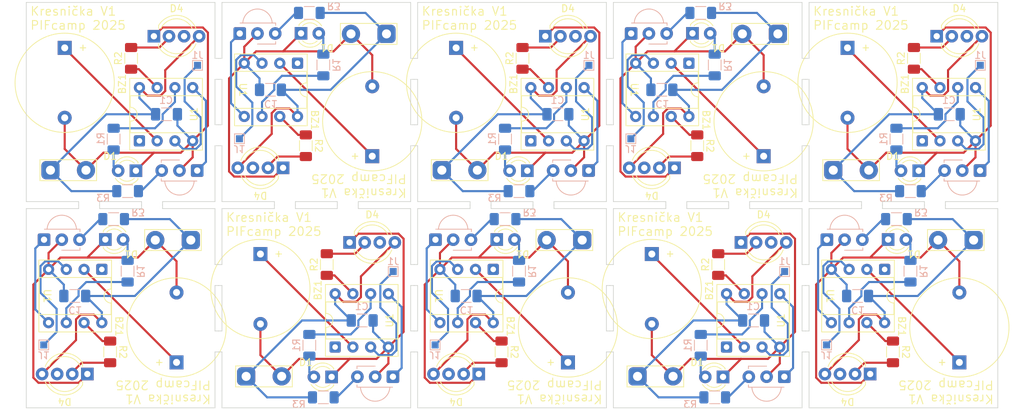
<source format=kicad_pcb>
(kicad_pcb (version 20241229) (generator "pcbnew") (generator_version "9.0")
  (layers (0 "F.Cu" signal) (2 "B.Cu" signal) (13 "F.Paste" user) (15 "B.Paste" user) (5 "F.SilkS" user "F.Silkscreen") (7 "B.SilkS" user "B.Silkscreen") (1 "F.Mask" user) (3 "B.Mask" user) (25 "Edge.Cuts" user))
  (net 0 "")
  (net 1 "Board_0-/VCC")
  (net 2 "Board_0-GND")
  (net 3 "Board_0-Net-(BZ1-+)")
  (net 4 "Board_0-Net-(D1-A)")
  (net 5 "Board_0-Net-(D4-DIN)")
  (net 6 "Board_0-Net-(J1-Pin_1)")
  (net 7 "Board_0-Net-(U1-AREF{slash}PB0)")
  (net 8 "Board_0-Net-(U1-PB1)")
  (net 9 "Board_0-Net-(U1-PB2)")
  (net 10 "Board_0-unconnected-(D4-DOUT-Pad3)")
  (net 11 "Board_0-unconnected-(U1-~{RESET}{slash}PB5-Pad1)")
  (net 12 "Board_1-/VCC")
  (net 13 "Board_1-GND")
  (net 14 "Board_1-Net-(BZ1-+)")
  (net 15 "Board_1-Net-(D1-A)")
  (net 16 "Board_1-Net-(D4-DIN)")
  (net 17 "Board_1-Net-(J1-Pin_1)")
  (net 18 "Board_1-Net-(U1-AREF{slash}PB0)")
  (net 19 "Board_1-Net-(U1-PB1)")
  (net 20 "Board_1-Net-(U1-PB2)")
  (net 21 "Board_1-unconnected-(D4-DOUT-Pad3)")
  (net 22 "Board_1-unconnected-(U1-~{RESET}{slash}PB5-Pad1)")
  (net 23 "Board_2-/VCC")
  (net 24 "Board_2-GND")
  (net 25 "Board_2-Net-(BZ1-+)")
  (net 26 "Board_2-Net-(D1-A)")
  (net 27 "Board_2-Net-(D4-DIN)")
  (net 28 "Board_2-Net-(J1-Pin_1)")
  (net 29 "Board_2-Net-(U1-AREF{slash}PB0)")
  (net 30 "Board_2-Net-(U1-PB1)")
  (net 31 "Board_2-Net-(U1-PB2)")
  (net 32 "Board_2-unconnected-(D4-DOUT-Pad3)")
  (net 33 "Board_2-unconnected-(U1-~{RESET}{slash}PB5-Pad1)")
  (net 34 "Board_3-/VCC")
  (net 35 "Board_3-GND")
  (net 36 "Board_3-Net-(BZ1-+)")
  (net 37 "Board_3-Net-(D1-A)")
  (net 38 "Board_3-Net-(D4-DIN)")
  (net 39 "Board_3-Net-(J1-Pin_1)")
  (net 40 "Board_3-Net-(U1-AREF{slash}PB0)")
  (net 41 "Board_3-Net-(U1-PB1)")
  (net 42 "Board_3-Net-(U1-PB2)")
  (net 43 "Board_3-unconnected-(D4-DOUT-Pad3)")
  (net 44 "Board_3-unconnected-(U1-~{RESET}{slash}PB5-Pad1)")
  (net 45 "Board_4-/VCC")
  (net 46 "Board_4-GND")
  (net 47 "Board_4-Net-(BZ1-+)")
  (net 48 "Board_4-Net-(D1-A)")
  (net 49 "Board_4-Net-(D4-DIN)")
  (net 50 "Board_4-Net-(J1-Pin_1)")
  (net 51 "Board_4-Net-(U1-AREF{slash}PB0)")
  (net 52 "Board_4-Net-(U1-PB1)")
  (net 53 "Board_4-Net-(U1-PB2)")
  (net 54 "Board_4-unconnected-(D4-DOUT-Pad3)")
  (net 55 "Board_4-unconnected-(U1-~{RESET}{slash}PB5-Pad1)")
  (net 56 "Board_5-/VCC")
  (net 57 "Board_5-GND")
  (net 58 "Board_5-Net-(BZ1-+)")
  (net 59 "Board_5-Net-(D1-A)")
  (net 60 "Board_5-Net-(D4-DIN)")
  (net 61 "Board_5-Net-(J1-Pin_1)")
  (net 62 "Board_5-Net-(U1-AREF{slash}PB0)")
  (net 63 "Board_5-Net-(U1-PB1)")
  (net 64 "Board_5-Net-(U1-PB2)")
  (net 65 "Board_5-unconnected-(D4-DOUT-Pad3)")
  (net 66 "Board_5-unconnected-(U1-~{RESET}{slash}PB5-Pad1)")
  (net 67 "Board_6-/VCC")
  (net 68 "Board_6-GND")
  (net 69 "Board_6-Net-(BZ1-+)")
  (net 70 "Board_6-Net-(D1-A)")
  (net 71 "Board_6-Net-(D4-DIN)")
  (net 72 "Board_6-Net-(J1-Pin_1)")
  (net 73 "Board_6-Net-(U1-AREF{slash}PB0)")
  (net 74 "Board_6-Net-(U1-PB1)")
  (net 75 "Board_6-Net-(U1-PB2)")
  (net 76 "Board_6-unconnected-(D4-DOUT-Pad3)")
  (net 77 "Board_6-unconnected-(U1-~{RESET}{slash}PB5-Pad1)")
  (net 78 "Board_7-/VCC")
  (net 79 "Board_7-GND")
  (net 80 "Board_7-Net-(BZ1-+)")
  (net 81 "Board_7-Net-(D1-A)")
  (net 82 "Board_7-Net-(D4-DIN)")
  (net 83 "Board_7-Net-(J1-Pin_1)")
  (net 84 "Board_7-Net-(U1-AREF{slash}PB0)")
  (net 85 "Board_7-Net-(U1-PB1)")
  (net 86 "Board_7-Net-(U1-PB2)")
  (net 87 "Board_7-unconnected-(D4-DOUT-Pad3)")
  (net 88 "Board_7-unconnected-(U1-~{RESET}{slash}PB5-Pad1)")
  (net 89 "Board_8-/VCC")
  (net 90 "Board_8-GND")
  (net 91 "Board_8-Net-(BZ1-+)")
  (net 92 "Board_8-Net-(D1-A)")
  (net 93 "Board_8-Net-(D4-DIN)")
  (net 94 "Board_8-Net-(J1-Pin_1)")
  (net 95 "Board_8-Net-(U1-AREF{slash}PB0)")
  (net 96 "Board_8-Net-(U1-PB1)")
  (net 97 "Board_8-Net-(U1-PB2)")
  (net 98 "Board_8-unconnected-(D4-DOUT-Pad3)")
  (net 99 "Board_8-unconnected-(U1-~{RESET}{slash}PB5-Pad1)")
  (net 100 "Board_9-/VCC")
  (net 101 "Board_9-GND")
  (net 102 "Board_9-Net-(BZ1-+)")
  (net 103 "Board_9-Net-(D1-A)")
  (net 104 "Board_9-Net-(D4-DIN)")
  (net 105 "Board_9-Net-(J1-Pin_1)")
  (net 106 "Board_9-Net-(U1-AREF{slash}PB0)")
  (net 107 "Board_9-Net-(U1-PB1)")
  (net 108 "Board_9-Net-(U1-PB2)")
  (net 109 "Board_9-unconnected-(D4-DOUT-Pad3)")
  (net 110 "Board_9-unconnected-(U1-~{RESET}{slash}PB5-Pad1)")
  (footprint "TestPoint:TestPoint_2Pads_Pitch5.08mm_Drill1.3mm" (layer "F.Cu") (at 194.46 44)
    (property "Reference" "BT1" (hide yes))
    (property "Value" "BatteryHolder_2xAAA" (hide yes))
  )
  (footprint "LED_THT:LED_D3.0mm" (layer "F.Cu") (at 146.312331 53.921463)
    (property "Reference" "D1")
    (property "Value" "TSAL6200" (hide yes))
  )
  (footprint "TestPoint:TestPoint_2Pads_Pitch5.08mm_Drill1.3mm" (layer "F.Cu") (at 138.46 44)
    (property "Reference" "BT1" (hide yes))
    (property "Value" "BatteryHolder_2xAAA" (hide yes))
  )
  (footprint "LED_THT:LED_D5.0mm-4_RGB_Wide_Pins" (layer "F.Cu") (at 209.26 24.835)
    (property "Reference" "D4")
    (property "Value" "LiteOn_LTST-E563C" (hide yes))
  )
  (footprint "Resistor_SMD:R_1206_3216Metric_Pad1.30x1.75mm_HandSolder" (layer "F.Cu") (at 91 70 -90)
    (property "Reference" "R2")
    (property "Value" "300R" (hide yes))
  )
  (footprint "Resistor_SMD:R_1206_3216Metric_Pad1.30x1.75mm_HandSolder" (layer "F.Cu") (at 119 40.5 -90)
    (property "Reference" "R2")
    (property "Value" "300R" (hide yes))
  )
  (footprint "Package_DIP:DIP-8_W7.62mm_Socket" (layer "F.Cu") (at 201.81 58.195 -90)
    (property "Reference" "U1")
    (property "Value" "ATtiny85-20P" (hide yes))
  )
  (footprint "Package_DIP:DIP-8_W7.62mm_Socket" (layer "F.Cu") (at 173.81 28.695 -90)
    (property "Reference" "U1")
    (property "Value" "ATtiny85-20P" (hide yes))
  )
  (footprint "Package_DIP:DIP-8_W7.62mm_Socket" (layer "F.Cu") (at 179.19 69.305 90)
    (property "Reference" "U1")
    (property "Value" "ATtiny85-20P" (hide yes))
  )
  (footprint "TestPoint:TestPoint_2Pads_Pitch5.08mm_Drill1.3mm" (layer "F.Cu") (at 82.46 44)
    (property "Reference" "BT1" (hide yes))
    (property "Value" "BatteryHolder_2xAAA" (hide yes))
  )
  (footprint "LED_THT:LED_D3.0mm" (layer "F.Cu") (at 206.687669 44.078537 180)
    (property "Reference" "D1")
    (property "Value" "TSAL6200" (hide yes))
  )
  (footprint "TestPoint:TestPoint_2Pads_Pitch5.08mm_Drill1.3mm" (layer "F.Cu") (at 102.54 54 180)
    (property "Reference" "BT1" (hide yes))
    (property "Value" "BatteryHolder_2xAAA" (hide yes))
  )
  (footprint "TestPoint:TestPoint_2Pads_Pitch5.08mm_Drill1.3mm" (layer "F.Cu") (at 166.46 73.5)
    (property "Reference" "BT1" (hide yes))
    (property "Value" "BatteryHolder_2xAAA" (hide yes))
  )
  (footprint "Buzzer_Beeper:Buzzer_D14mm_H7mm_P10mm" (layer "F.Cu") (at 112.5 56 -90)
    (property "Reference" "BZ1")
    (property "Value" "Buzzer")
  )
  (footprint "TestPoint:TestPoint_2Pads_Pitch5.08mm_Drill1.3mm" (layer "F.Cu") (at 186.54 24.5 180)
    (property "Reference" "BT1" (hide yes))
    (property "Value" "BatteryHolder_2xAAA" (hide yes))
  )
  (footprint "LED_THT:LED_D3.0mm" (layer "F.Cu") (at 150.687669 44.078537 180)
    (property "Reference" "D1")
    (property "Value" "TSAL6200" (hide yes))
  )
  (footprint "Buzzer_Beeper:Buzzer_D14mm_H7mm_P10mm" (layer "F.Cu") (at 140.5 26.5 -90)
    (property "Reference" "BZ1")
    (property "Value" "Buzzer")
  )
  (footprint "LED_THT:LED_D3.0mm" (layer "F.Cu") (at 122.687669 73.578537 180)
    (property "Reference" "D1")
    (property "Value" "TSAL6200" (hide yes))
  )
  (footprint "LED_THT:LED_D3.0mm" (layer "F.Cu") (at 94.687669 44.078537 180)
    (property "Reference" "D1")
    (property "Value" "TSAL6200" (hide yes))
  )
  (footprint "LED_THT:LED_D3.0mm" (layer "F.Cu") (at 118.312331 24.421463)
    (property "Reference" "D1")
    (property "Value" "TSAL6200" (hide yes))
  )
  (footprint "Package_DIP:DIP-8_W7.62mm_Socket" (layer "F.Cu") (at 145.81 58.195 -90)
    (property "Reference" "U1")
    (property "Value" "ATtiny85-20P" (hide yes))
  )
  (footprint "Resistor_SMD:R_1206_3216Metric_Pad1.30x1.75mm_HandSolder" (layer "F.Cu") (at 94 28 90)
    (property "Reference" "R2")
    (property "Value" "300R" (hide yes))
  )
  (footprint "TestPoint:TestPoint_2Pads_Pitch5.08mm_Drill1.3mm" (layer "F.Cu") (at 110.46 73.5)
    (property "Reference" "BT1" (hide yes))
    (property "Value" "BatteryHolder_2xAAA" (hide yes))
  )
  (footprint "Package_DIP:DIP-8_W7.62mm_Socket" (layer "F.Cu") (at 117.81 28.695 -90)
    (property "Reference" "U1")
    (property "Value" "ATtiny85-20P" (hide yes))
  )
  (footprint "LED_THT:LED_D5.0mm-4_RGB_Wide_Pins" (layer "F.Cu") (at 153.26 24.835)
    (property "Reference" "D4")
    (property "Value" "LiteOn_LTST-E563C" (hide yes))
  )
  (footprint "Resistor_SMD:R_1206_3216Metric_Pad1.30x1.75mm_HandSolder" (layer "F.Cu") (at 122 57.5 90)
    (property "Reference" "R2")
    (property "Value" "300R" (hide yes))
  )
  (footprint "Package_DIP:DIP-8_W7.62mm_Socket" (layer "F.Cu") (at 123.19 69.305 90)
    (property "Reference" "U1")
    (property "Value" "ATtiny85-20P" (hide yes))
  )
  (footprint "LED_THT:LED_D3.0mm" (layer "F.Cu") (at 90.312331 53.921463)
    (property "Reference" "D1")
    (property "Value" "TSAL6200" (hide yes))
  )
  (footprint "Package_DIP:DIP-8_W7.62mm_Socket" (layer "F.Cu") (at 95.19 39.805 90)
    (property "Reference" "U1")
    (property "Value" "ATtiny85-20P" (hide yes))
  )
  (footprint "LED_THT:LED_D5.0mm-4_RGB_Wide_Pins" (layer "F.Cu") (at 125.26 54.335)
    (property "Reference" "D4")
    (property "Value" "LiteOn_LTST-E563C" (hide yes))
  )
  (footprint "Resistor_SMD:R_1206_3216Metric_Pad1.30x1.75mm_HandSolder" (layer "F.Cu") (at 150 28 90)
    (property "Reference" "R2")
    (property "Value" "300R" (hide yes))
  )
  (footprint "LED_THT:LED_D5.0mm-4_RGB_Wide_Pins" (layer "F.Cu") (at 97.26 24.835)
    (property "Reference" "D4")
    (property "Value" "LiteOn_LTST-E563C" (hide yes))
  )
  (footprint "TestPoint:TestPoint_2Pads_Pitch5.08mm_Drill1.3mm" (layer "F.Cu") (at 130.54 24.5 180)
    (property "Reference" "BT1" (hide yes))
    (property "Value" "BatteryHolder_2xAAA" (hide yes))
  )
  (footprint "LED_THT:LED_D3.0mm" (layer "F.Cu") (at 202.312331 53.921463)
    (property "Reference" "D1")
    (property "Value" "TSAL6200" (hide yes))
  )
  (footprint "Package_DIP:DIP-8_W7.62mm_Socket" (layer "F.Cu") (at 207.19 39.805 90)
    (property "Reference" "U1")
    (property "Value" "ATtiny85-20P" (hide yes))
  )
  (footprint "LED_THT:LED_D5.0mm-4_RGB_Wide_Pins" (layer "F.Cu") (at 115.74 43.665 180)
    (property "Reference" "D4")
    (property "Value" "LiteOn_LTST-E563C" (hide yes))
  )
  (footprint "Buzzer_Beeper:Buzzer_D14mm_H7mm_P10mm" (layer "F.Cu") (at 184.5 42 90)
    (property "Reference" "BZ1")
    (property "Value" "Buzzer")
  )
  (footprint "LED_THT:LED_D5.0mm-4_RGB_Wide_Pins" (layer "F.Cu") (at 87.74 73.165 180)
    (property "Reference" "D4")
    (property "Value" "LiteOn_LTST-E563C" (hide yes))
  )
  (footprint "Resistor_SMD:R_1206_3216Metric_Pad1.30x1.75mm_HandSolder" (layer "F.Cu") (at 175 40.5 -90)
    (property "Reference" "R2")
    (property "Value" "300R" (hide yes))
  )
  (footprint "Resistor_SMD:R_1206_3216Metric_Pad1.30x1.75mm_HandSolder" (layer "F.Cu") (at 203 70 -90)
    (property "Reference" "R2")
    (property "Value" "300R" (hide yes))
  )
  (footprint "TestPoint:TestPoint_2Pads_Pitch5.08mm_Drill1.3mm" (layer "F.Cu") (at 158.54 54 180)
    (property "Reference" "BT1" (hide yes))
    (property "Value" "BatteryHolder_2xAAA" (hide yes))
  )
  (footprint "Resistor_SMD:R_1206_3216Metric_Pad1.30x1.75mm_HandSolder" (layer "F.Cu") (at 178 57.5 90)
    (property "Reference" "R2")
    (property "Value" "300R" (hide yes))
  )
  (footprint "Package_DIP:DIP-8_W7.62mm_Socket" (layer "F.Cu") (at 89.81 58.195 -90)
    (property "Reference" "U1")
    (property "Value" "ATtiny85-20P" (hide yes))
  )
  (footprint "Resistor_SMD:R_1206_3216Metric_Pad1.30x1.75mm_HandSolder" (layer "F.Cu") (at 147 70 -90)
    (property "Reference" "R2")
    (property "Value" "300R" (hide yes))
  )
  (footprint "Buzzer_Beeper:Buzzer_D14mm_H7mm_P10mm" (layer "F.Cu") (at 128.5 42 90)
    (property "Reference" "BZ1")
    (property "Value" "Buzzer")
  )
  (footprint "LED_THT:LED_D5.0mm-4_RGB_Wide_Pins" (layer "F.Cu") (at 199.74 73.165 180)
    (property "Reference" "D4")
    (property "Value" "LiteOn_LTST-E563C" (hide yes))
  )
  (footprint "Buzzer_Beeper:Buzzer_D14mm_H7mm_P10mm" (layer "F.Cu") (at 168.5 56 -90)
    (property "Reference" "BZ1")
    (property "Value" "Buzzer")
  )
  (footprint "TestPoint:TestPoint_2Pads_Pitch5.08mm_Drill1.3mm" (layer "F.Cu") (at 214.54 54 180)
    (property "Reference" "BT1" (hide yes))
    (property "Value" "BatteryHolder_2xAAA" (hide yes))
  )
  (footprint "Buzzer_Beeper:Buzzer_D14mm_H7mm_P10mm" (layer "F.Cu") (at 100.5 71.5 90)
    (property "Reference" "BZ1")
    (property "Value" "Buzzer")
  )
  (footprint "Buzzer_Beeper:Buzzer_D14mm_H7mm_P10mm" (layer "F.Cu") (at 212.5 71.5 90)
    (property "Reference" "BZ1")
    (property "Value" "Buzzer")
  )
  (footprint "Package_DIP:DIP-8_W7.62mm_Socket" (layer "F.Cu") (at 151.19 39.805 90)
    (property "Reference" "U1")
    (property "Value" "ATtiny85-20P" (hide yes))
  )
  (footprint "Resistor_SMD:R_1206_3216Metric_Pad1.30x1.75mm_HandSolder" (layer "F.Cu") (at 206 28 90)
    (property "Reference" "R2")
    (property "Value" "300R" (hide yes))
  )
  (footprint "Buzzer_Beeper:Buzzer_D14mm_H7mm_P10mm" (layer "F.Cu") (at 196.5 26.5 -90)
    (property "Reference" "BZ1")
    (property "Value" "Buzzer")
  )
  (footprint "Buzzer_Beeper:Buzzer_D14mm_H7mm_P10mm" (layer "F.Cu") (at 156.5 71.5 90)
    (property "Reference" "BZ1")
    (property "Value" "Buzzer")
  )
  (footprint "LED_THT:LED_D5.0mm-4_RGB_Wide_Pins" (layer "F.Cu") (at 181.26 54.335)
    (property "Reference" "D4")
    (property "Value" "LiteOn_LTST-E563C" (hide yes))
  )
  (footprint "LED_THT:LED_D3.0mm" (layer "F.Cu") (at 178.687669 73.578537 180)
    (property "Reference" "D1")
    (property "Value" "TSAL6200" (hide yes))
  )
  (footprint "LED_THT:LED_D5.0mm-4_RGB_Wide_Pins" (layer "F.Cu") (at 143.74 73.165 180)
    (property "Reference" "D4")
    (property "Value" "LiteOn_LTST-E563C" (hide yes))
  )
  (footprint "LED_THT:LED_D3.0mm" (layer "F.Cu") (at 174.312331 24.421463)
    (property "Reference" "D1")
    (property "Value" "TSAL6200" (hide yes))
  )
  (footprint "LED_THT:LED_D5.0mm-4_RGB_Wide_Pins" (layer "F.Cu") (at 171.74 43.665 180)
    (property "Reference" "D4")
    (property "Value" "LiteOn_LTST-E563C" (hide yes))
  )
  (footprint "Buzzer_Beeper:Buzzer_D14mm_H7mm_P10mm" (layer "F.Cu") (at 84.5 26.5 -90)
    (property "Reference" "BZ1")
    (property "Value" "Buzzer")
  )
  (footprint "Resistor_SMD:R_1206_3216Metric_Pad1.30x1.75mm_HandSolder" (layer "B.Cu") (at 121.5 28.95 90)
    (property "Reference" "R1")
    (property "Value" "47R" (hide yes))
  )
  (footprint "OptoDevice:Vishay_MINICAST-3Pin" (layer "B.Cu") (at 193.542331 53.946463)
    (property "Reference" "U2" (hide yes))
    (property "Value" "TSOP382xx" (hide yes))
  )
  (footprint "OptoDevice:Vishay_MINICAST-3Pin" (layer "B.Cu") (at 109.542331 24.446463)
    (property "Reference" "U2" (hide yes))
    (property "Value" "TSOP382xx" (hide yes))
  )
  (footprint "OptoDevice:Vishay_MINICAST-3Pin" (layer "B.Cu") (at 187.457669 73.553537 180)
    (property "Reference" "U2" (hide yes))
    (property "Value" "TSOP382xx" (hide yes))
  )
  (footprint "Resistor_SMD:R_1206_3216Metric_Pad1.30x1.75mm_HandSolder" (layer "B.Cu") (at 147.5 39.55 -90)
    (property "Reference" "R1")
    (property "Value" "47R" (hide yes))
  )
  (footprint "Resistor_SMD:R_1206_3216Metric_Pad1.30x1.75mm_HandSolder" (layer "B.Cu") (at 149.5 47 180)
    (property "Reference" "R3")
    (property "Value" "100R" (hide yes))
  )
  (footprint "Resistor_SMD:R_1206_3216Metric_Pad1.30x1.75mm_HandSolder" (layer "B.Cu") (at 203.5 51)
    (property "Reference" "R3")
    (property "Value" "100R" (hide yes))
  )
  (footprint "Resistor_SMD:R_1206_3216Metric_Pad1.30x1.75mm_HandSolder" (layer "B.Cu") (at 177.5 76.5 180)
    (property "Reference" "R3")
    (property "Value" "100R" (hide yes))
  )
  (footprint "OptoDevice:Vishay_MINICAST-3Pin" (layer "B.Cu") (at 215.457669 44.053537 180)
    (property "Reference" "U2" (hide yes))
    (property "Value" "TSOP382xx" (hide yes))
  )
  (footprint "Capacitor_SMD:C_1206_3216Metric_Pad1.33x1.80mm_HandSolder" (layer "B.Cu") (at 127.0625 65.5)
    (property "Reference" "C1")
    (property "Value" "0.1µF" (hide yes))
  )
  (footprint "Capacitor_SMD:C_1206_3216Metric_Pad1.33x1.80mm_HandSolder" (layer "B.Cu") (at 99.0625 36)
    (property "Reference" "C1")
    (property "Value" "0.1µF" (hide yes))
  )
  (footprint "Resistor_SMD:R_1206_3216Metric_Pad1.30x1.75mm_HandSolder" (layer "B.Cu") (at 93.5 58.45 90)
    (property "Reference" "R1")
    (property "Value" "47R" (hide yes))
  )
  (footprint "Resistor_SMD:R_1206_3216Metric_Pad1.30x1.75mm_HandSolder" (layer "B.Cu") (at 119.5 21.5)
    (property "Reference" "R3")
    (property "Value" "100R" (hide yes))
  )
  (footprint "Resistor_SMD:R_1206_3216Metric_Pad1.30x1.75mm_HandSolder" (layer "B.Cu") (at 175.5 69.05 -90)
    (property "Reference" "R1")
    (property "Value" "47R" (hide yes))
  )
  (footprint "TestPoint:TestPoint_Pad_1.0x1.0mm" (layer "B.Cu") (at 215.5 29 180)
    (property "Reference" "J1")
    (property "Value" "Conn_01x01_Pin" (hide yes))
  )
  (footprint "OptoDevice:Vishay_MINICAST-3Pin" (layer "B.Cu") (at 81.542331 53.946463)
    (property "Reference" "U2" (hide yes))
    (property "Value" "TSOP382xx" (hide yes))
  )
  (footprint "TestPoint:TestPoint_Pad_1.0x1.0mm" (layer "B.Cu") (at 187.5 58.5 180)
    (property "Reference" "J1")
    (property "Value" "Conn_01x01_Pin" (hide yes))
  )
  (footprint "Resistor_SMD:R_1206_3216Metric_Pad1.30x1.75mm_HandSolder" (layer "B.Cu") (at 205.5 47 180)
    (property "Reference" "R3")
    (property "Value" "100R" (hide yes))
  )
  (footprint "Capacitor_SMD:C_1206_3216Metric_Pad1.33x1.80mm_HandSolder" (layer "B.Cu") (at 85.9375 62 180)
    (property "Reference" "C1")
    (property "Value" "0.1µF" (hide yes))
  )
  (footprint "TestPoint:TestPoint_Pad_1.0x1.0mm" (layer "B.Cu") (at 193.5 69)
    (property "Reference" "J1")
    (property "Value" "Conn_01x01_Pin" (hide yes))
  )
  (footprint "Capacitor_SMD:C_1206_3216Metric_Pad1.33x1.80mm_HandSolder" (layer "B.Cu") (at 113.9375 32.5 180)
    (property "Reference" "C1")
    (property "Value" "0.1µF" (hide yes))
  )
  (footprint "OptoDevice:Vishay_MINICAST-3Pin" (layer "B.Cu") (at 103.457669 44.053537 180)
    (property "Reference" "U2" (hide yes))
    (property "Value" "TSOP382xx" (hide yes))
  )
  (footprint "Resistor_SMD:R_1206_3216Metric_Pad1.30x1.75mm_HandSolder" (layer "B.Cu") (at 205.5 58.45 90)
    (property "Reference" "R1")
    (property "Value" "47R" (hide yes))
  )
  (footprint "TestPoint:TestPoint_Pad_1.0x1.0mm" (layer "B.Cu") (at 165.5 39.5)
    (property "Reference" "J1")
    (property "Value" "Conn_01x01_Pin" (hide yes))
  )
  (footprint "OptoDevice:Vishay_MINICAST-3Pin" (layer "B.Cu") (at 131.457669 73.553537 180)
    (property "Reference" "U2" (hide yes))
    (property "Value" "TSOP382xx" (hide yes))
  )
  (footprint "Resistor_SMD:R_1206_3216Metric_Pad1.30x1.75mm_HandSolder" (layer "B.Cu") (at 203.5 39.55 -90)
    (property "Reference" "R1")
    (property "Value" "47R" (hide yes))
  )
  (footprint "Capacitor_SMD:C_1206_3216Metric_Pad1.33x1.80mm_HandSolder" (layer "B.Cu") (at 141.9375 62 180)
    (property "Reference" "C1")
    (property "Value" "0.1µF" (hide yes))
  )
  (footprint "Capacitor_SMD:C_1206_3216Metric_Pad1.33x1.80mm_HandSolder" (layer "B.Cu") (at 155.0625 36)
    (property "Reference" "C1")
    (property "Value" "0.1µF" (hide yes))
  )
  (footprint "TestPoint:TestPoint_Pad_1.0x1.0mm" (layer "B.Cu") (at 109.5 39.5)
    (property "Reference" "J1")
    (property "Value" "Conn_01x01_Pin" (hide yes))
  )
  (footprint "Resistor_SMD:R_1206_3216Metric_Pad1.30x1.75mm_HandSolder" (layer "B.Cu") (at 121.5 76.5 180)
    (property "Reference" "R3")
    (property "Value" "100R" (hide yes))
  )
  (footprint "OptoDevice:Vishay_MINICAST-3Pin" (layer "B.Cu") (at 137.542331 53.946463)
    (property "Reference" "U2" (hide yes))
    (property "Value" "TSOP382xx" (hide yes))
  )
  (footprint "Resistor_SMD:R_1206_3216Metric_Pad1.30x1.75mm_HandSolder" (layer "B.Cu") (at 93.5 47 180)
    (property "Reference" "R3")
    (property "Value" "100R" (hide yes))
  )
  (footprint "Capacitor_SMD:C_1206_3216Metric_Pad1.33x1.80mm_HandSolder" (layer "B.Cu") (at 169.9375 32.5 180)
    (property "Reference" "C1")
    (property "Value" "0.1µF" (hide yes))
  )
  (footprint "Resistor_SMD:R_1206_3216Metric_Pad1.30x1.75mm_HandSolder" (layer "B.Cu") (at 175.5 21.5)
    (property "Reference" "R3")
    (property "Value" "100R" (hide yes))
  )
  (footprint "Resistor_SMD:R_1206_3216Metric_Pad1.30x1.75mm_HandSolder" (layer "B.Cu") (at 91.5 51)
    (property "Reference" "R3")
    (property "Value" "100R" (hide yes))
  )
  (footprint "Resistor_SMD:R_1206_3216Metric_Pad1.30x1.75mm_HandSolder" (layer "B.Cu") (at 147.5 51)
    (property "Reference" "R3")
    (property "Value" "100R" (hide yes))
  )
  (footprint "TestPoint:TestPoint_Pad_1.0x1.0mm" (layer "B.Cu") (at 159.5 29 180)
    (property "Reference" "J1")
    (property "Value" "Conn_01x01_Pin" (hide yes))
  )
  (footprint "Resistor_SMD:R_1206_3216Metric_Pad1.30x1.75mm_HandSolder" (layer "B.Cu") (at 119.5 69.05 -90)
    (property "Reference" "R1")
    (property "Value" "47R" (hide yes))
  )
  (footprint "Resistor_SMD:R_1206_3216Metric_Pad1.30x1.75mm_HandSolder" (layer "B.Cu") (at 91.5 39.55 -90)
    (property "Reference" "R1")
    (property "Value" "47R" (hide yes))
  )
  (footprint "TestPoint:TestPoint_Pad_1.0x1.0mm" (layer "B.Cu") (at 103.5 29 180)
    (property "Reference" "J1")
    (property "Value" "Conn_01x01_Pin" (hide yes))
  )
  (footprint "Resistor_SMD:R_1206_3216Metric_Pad1.30x1.75mm_HandSolder" (layer "B.Cu") (at 177.5 28.95 90)
    (property "Reference" "R1")
    (property "Value" "47R" (hide yes))
  )
  (footprint "OptoDevice:Vishay_MINICAST-3Pin" (layer "B.Cu") (at 159.457669 44.053537 180)
    (property "Reference" "U2" (hide yes))
    (property "Value" "TSOP382xx" (hide yes))
  )
  (footprint "Capacitor_SMD:C_1206_3216Metric_Pad1.33x1.80mm_HandSolder" (layer "B.Cu") (at 197.9375 62 180)
    (property "Reference" "C1")
    (property "Value" "0.1µF" (hide yes))
  )
  (footprint "TestPoint:TestPoint_Pad_1.0x1.0mm" (layer "B.Cu") (at 137.5 69)
    (property "Reference" "J1")
    (property "Value" "Conn_01x01_Pin" (hide yes))
  )
  (footprint "TestPoint:TestPoint_Pad_1.0x1.0mm" (layer "B.Cu") (at 131.5 58.5 180)
    (property "Reference" "J1")
    (property "Value" "Conn_01x01_Pin" (hide yes))
  )
  (footprint "TestPoint:TestPoint_Pad_1.0x1.0mm" (layer "B.Cu") (at 81.5 69)
    (property "Reference" "J1")
    (property "Value" "Conn_01x01_Pin" (hide yes))
  )
  (footprint "Capacitor_SMD:C_1206_3216Metric_Pad1.33x1.80mm_HandSolder" (layer "B.Cu") (at 183.0625 65.5)
    (property "Reference" "C1")
    (property "Value" "0.1µF" (hide yes))
  )
  (footprint "Resistor_SMD:R_1206_3216Metric_Pad1.30x1.75mm_HandSolder" (layer "B.Cu") (at 149.5 58.45 90)
    (property "Reference" "R1")
    (property "Value" "47R" (hide yes))
  )
  (footprint "Capacitor_SMD:C_1206_3216Metric_Pad1.33x1.80mm_HandSolder" (layer "B.Cu") (at 211.0625 36)
    (property "Reference" "C1")
    (property "Value" "0.1µF" (hide yes))
  )
  (footprint "OptoDevice:Vishay_MINICAST-3Pin" (layer "B.Cu") (at 165.542331 24.446463)
    (property "Reference" "U2" (hide yes))
    (property "Value" "TSOP382xx" (hide yes))
  )
  (gr_line (start 106 31) (end 106.499 31) (stroke (width 0.1)) (layer "Edge.Cuts"))
  (gr_line (start 162.501 57.5) (end 162.499 57.5) (stroke (width 0.1)) (layer "Edge.Cuts"))
  (gr_line (start 162.499 28) (end 162 28) (stroke (width 0.1)) (layer "Edge.Cuts"))
  (gr_line (start 191 37.5) (end 190.501 37.5) (stroke (width 0.1)) (layer "Edge.Cuts"))
  (gr_line (start 198.5 48.9995) (end 198.5 49.0015) (stroke (width 0.1)) (layer "Edge.Cuts"))
  (gr_line (start 134 49.5) (end 126.5 49.5) (stroke (width 0.1)) (layer "Edge.Cuts"))
  (gr_line (start 107 31) (end 107 37.5) (stroke (width 0.1)) (layer "Edge.Cuts"))
  (gr_line (start 201.5 48.5) (end 207.5 48.5) (stroke (width 0.1)) (layer "Edge.Cuts"))
  (gr_line (start 190.501 57.5) (end 190.499 57.5) (stroke (width 0.1)) (layer "Edge.Cuts"))
  (gr_line (start 162 49.5) (end 154.5 49.5) (stroke (width 0.1)) (layer "Edge.Cuts"))
  (gr_line (start 198.5 49.5) (end 191 49.5) (stroke (width 0.1)) (layer "Edge.Cuts"))
  (gr_line (start 107 48.5) (end 114.5 48.5) (stroke (width 0.1)) (layer "Edge.Cuts"))
  (gr_line (start 162 31) (end 162.499 31) (stroke (width 0.1)) (layer "Edge.Cuts"))
  (gr_line (start 123.5 49.0015) (end 123.5 49.5) (stroke (width 0.1)) (layer "Edge.Cuts"))
  (gr_line (start 191 60.5) (end 191 67) (stroke (width 0.1)) (layer "Edge.Cuts"))
  (gr_line (start 218 20) (end 191 20) (stroke (width 0.1)) (layer "Edge.Cuts"))
  (gr_line (start 134.499 67) (end 134 67) (stroke (width 0.1)) (layer "Edge.Cuts"))
  (gr_line (start 134 40.5) (end 134.499 40.5) (stroke (width 0.1)) (layer "Edge.Cuts"))
  (gr_line (start 182.5 49.5) (end 182.5 49.0015) (stroke (width 0.1)) (layer "Edge.Cuts"))
  (gr_line (start 162.499 40.5) (end 162.501 40.5) (stroke (width 0.1)) (layer "Edge.Cuts"))
  (gr_line (start 162.499 57.5) (end 162 57.5) (stroke (width 0.1)) (layer "Edge.Cuts"))
  (gr_line (start 173.5 49.5) (end 173.5 49.0015) (stroke (width 0.1)) (layer "Edge.Cuts"))
  (gr_line (start 154.5 48.9995) (end 154.5 48.5) (stroke (width 0.1)) (layer "Edge.Cuts"))
  (gr_line (start 134.501 40.5) (end 135 40.5) (stroke (width 0.1)) (layer "Edge.Cuts"))
  (gr_line (start 142.5 48.9995) (end 142.5 49.0015) (stroke (width 0.1)) (layer "Edge.Cuts"))
  (gr_line (start 190 28) (end 190 20) (stroke (width 0.1)) (layer "Edge.Cuts"))
  (gr_line (start 190.499 70) (end 190.501 70) (stroke (width 0.1)) (layer "Edge.Cuts"))
  (gr_line (start 135 49.5) (end 135 57.5) (stroke (width 0.1)) (layer "Edge.Cuts"))
  (gr_line (start 162 48.5) (end 162 40.5) (stroke (width 0.1)) (layer "Edge.Cuts"))
  (gr_line (start 207.5 48.9995) (end 207.5 49.0015) (stroke (width 0.1)) (layer "Edge.Cuts"))
  (gr_line (start 210.5 49.0015) (end 210.5 48.9995) (stroke (width 0.1)) (layer "Edge.Cuts"))
  (gr_line (start 106.499 70) (end 106.501 70) (stroke (width 0.1)) (layer "Edge.Cuts"))
  (gr_line (start 163 67) (end 162.501 67) (stroke (width 0.1)) (layer "Edge.Cuts"))
  (gr_line (start 190.501 40.5) (end 191 40.5) (stroke (width 0.1)) (layer "Edge.Cuts"))
  (gr_line (start 162.501 37.5) (end 162.499 37.5) (stroke (width 0.1)) (layer "Edge.Cuts"))
  (gr_line (start 162.499 31) (end 162.501 31) (stroke (width 0.1)) (layer "Edge.Cuts"))
  (gr_line (start 162 78) (end 162 70) (stroke (width 0.1)) (layer "Edge.Cuts"))
  (gr_line (start 210.5 48.9995) (end 210.5 48.5) (stroke (width 0.1)) (layer "Edge.Cuts"))
  (gr_line (start 162.501 70) (end 163 70) (stroke (width 0.1)) (layer "Edge.Cuts"))
  (gr_line (start 190.501 28) (end 190.499 28) (stroke (width 0.1)) (layer "Edge.Cuts"))
  (gr_line (start 117.5 49.5) (end 117.5 49.0015) (stroke (width 0.1)) (layer "Edge.Cuts"))
  (gr_line (start 95.5 48.9995) (end 95.5 49.0015) (stroke (width 0.1)) (layer "Edge.Cuts"))
  (gr_line (start 163 37.5) (end 162.501 37.5) (stroke (width 0.1)) (layer "Edge.Cuts"))
  (gr_line (start 190 70) (end 190.499 70) (stroke (width 0.1)) (layer "Edge.Cuts"))
  (gr_line (start 173.5 49.0015) (end 173.5 48.9995) (stroke (width 0.1)) (layer "Edge.Cuts"))
  (gr_line (start 151.5 48.9995) (end 151.5 49.0015) (stroke (width 0.1)) (layer "Edge.Cuts"))
  (gr_line (start 114.5 49.5) (end 107 49.5) (stroke (width 0.1)) (layer "Edge.Cuts"))
  (gr_line (start 154.5 49.5) (end 154.5 49.0015) (stroke (width 0.1)) (layer "Edge.Cuts"))
  (gr_line (start 126.5 49.5) (end 126.5 49.0015) (stroke (width 0.1)) (layer "Edge.Cuts"))
  (gr_line (start 154.5 48.5) (end 162 48.5) (stroke (width 0.1)) (layer "Edge.Cuts"))
  (gr_line (start 163 20) (end 163 28) (stroke (width 0.1)) (layer "Edge.Cuts"))
  (gr_line (start 191 70) (end 191 78) (stroke (width 0.1)) (layer "Edge.Cuts"))
  (gr_line (start 162 37.5) (end 162 31) (stroke (width 0.1)) (layer "Edge.Cuts"))
  (gr_line (start 86.5 49.0015) (end 86.5 49.5) (stroke (width 0.1)) (layer "Edge.Cuts"))
  (gr_line (start 117.5 48.5) (end 123.5 48.5) (stroke (width 0.1)) (layer "Edge.Cuts"))
  (gr_line (start 107 57.5) (end 106.501 57.5) (stroke (width 0.1)) (layer "Edge.Cuts"))
  (gr_line (start 142.5 49.5) (end 135 49.5) (stroke (width 0.1)) (layer "Edge.Cuts"))
  (gr_line (start 145.5 48.9995) (end 145.5 48.5) (stroke (width 0.1)) (layer "Edge.Cuts"))
  (gr_line (start 134 67) (end 134 60.5) (stroke (width 0.1)) (layer "Edge.Cuts"))
  (gr_line (start 126.5 49.0015) (end 126.5 48.9995) (stroke (width 0.1)) (layer "Edge.Cuts"))
  (gr_line (start 106.499 31) (end 106.501 31) (stroke (width 0.1)) (layer "Edge.Cuts"))
  (gr_line (start 154.5 49.0015) (end 154.5 48.9995) (stroke (width 0.1)) (layer "Edge.Cuts"))
  (gr_line (start 106.501 28) (end 106.499 28) (stroke (width 0.1)) (layer "Edge.Cuts"))
  (gr_line (start 134 28) (end 134 20) (stroke (width 0.1)) (layer "Edge.Cuts"))
  (gr_line (start 173.5 48.9995) (end 173.5 48.5) (stroke (width 0.1)) (layer "Edge.Cuts"))
  (gr_line (start 191 57.5) (end 190.501 57.5) (stroke (width 0.1)) (layer "Edge.Cuts"))
  (gr_line (start 106.499 60.5) (end 106.501 60.5) (stroke (width 0.1)) (layer "Edge.Cuts"))
  (gr_line (start 145.5 49.5) (end 145.5 49.0015) (stroke (width 0.1)) (layer "Edge.Cuts"))
  (gr_line (start 198.5 48.5) (end 198.5 48.9995) (stroke (width 0.1)) (layer "Edge.Cuts"))
  (gr_line (start 89.5 48.5) (end 95.5 48.5) (stroke (width 0.1)) (layer "Edge.Cuts"))
  (gr_line (start 163 78) (end 190 78) (stroke (width 0.1)) (layer "Edge.Cuts"))
  (gr_line (start 106 40.5) (end 106.499 40.5) (stroke (width 0.1)) (layer "Edge.Cuts"))
  (gr_line (start 191 48.5) (end 198.5 48.5) (stroke (width 0.1)) (layer "Edge.Cuts"))
  (gr_line (start 79 20) (end 79 48.5) (stroke (width 0.1)) (layer "Edge.Cuts"))
  (gr_line (start 134.501 60.5) (end 135 60.5) (stroke (width 0.1)) (layer "Edge.Cuts"))
  (gr_line (start 114.5 48.5) (end 114.5 48.9995) (stroke (width 0.1)) (layer "Edge.Cuts"))
  (gr_line (start 106 78) (end 106 70) (stroke (width 0.1)) (layer "Edge.Cuts"))
  (gr_line (start 162.501 40.5) (end 163 40.5) (stroke (width 0.1)) (layer "Edge.Cuts"))
  (gr_line (start 134.501 57.5) (end 134.499 57.5) (stroke (width 0.1)) (layer "Edge.Cuts"))
  (gr_line (start 191 28) (end 190.501 28) (stroke (width 0.1)) (layer "Edge.Cuts"))
  (gr_line (start 117.5 49.0015) (end 117.5 48.9995) (stroke (width 0.1)) (layer "Edge.Cuts"))
  (gr_line (start 106 37.5) (end 106 31) (stroke (width 0.1)) (layer "Edge.Cuts"))
  (gr_line (start 190.499 40.5) (end 190.501 40.5) (stroke (width 0.1)) (layer "Edge.Cuts"))
  (gr_line (start 162 70) (end 162.499 70) (stroke (width 0.1)) (layer "Edge.Cuts"))
  (gr_line (start 98.5 48.9995) (end 98.5 48.5) (stroke (width 0.1)) (layer "Edge.Cuts"))
  (gr_line (start 190 67) (end 190 60.5) (stroke (width 0.1)) (layer "Edge.Cuts"))
  (gr_line (start 106.501 67) (end 106.499 67) (stroke (width 0.1)) (layer "Edge.Cuts"))
  (gr_line (start 145.5 48.5) (end 151.5 48.5) (stroke (width 0.1)) (layer "Edge.Cuts"))
  (gr_line (start 95.5 49.0015) (end 95.5 49.5) (stroke (width 0.1)) (layer "Edge.Cuts"))
  (gr_line (start 190 60.5) (end 190.499 60.5) (stroke (width 0.1)) (layer "Edge.Cuts"))
  (gr_line (start 190.501 60.5) (end 191 60.5) (stroke (width 0.1)) (layer "Edge.Cuts"))
  (gr_line (start 163 57.5) (end 162.501 57.5) (stroke (width 0.1)) (layer "Edge.Cuts"))
  (gr_line (start 191 49.5) (end 191 57.5) (stroke (width 0.1)) (layer "Edge.Cuts"))
  (gr_line (start 107 49.5) (end 107 57.5) (stroke (width 0.1)) (layer "Edge.Cuts"))
  (gr_line (start 201.5 49.5) (end 201.5 49.0015) (stroke (width 0.1)) (layer "Edge.Cuts"))
  (gr_line (start 106 67) (end 106 60.5) (stroke (width 0.1)) (layer "Edge.Cuts"))
  (gr_line (start 107 78) (end 134 78) (stroke (width 0.1)) (layer "Edge.Cuts"))
  (gr_line (start 89.5 49.5) (end 89.5 49.0015) (stroke (width 0.1)) (layer "Edge.Cuts"))
  (gr_line (start 106.499 28) (end 106 28) (stroke (width 0.1)) (layer "Edge.Cuts"))
  (gr_line (start 182.5 48.5) (end 190 48.5) (stroke (width 0.1)) (layer "Edge.Cuts"))
  (gr_line (start 123.5 48.9995) (end 123.5 49.0015) (stroke (width 0.1)) (layer "Edge.Cuts"))
  (gr_line (start 163 70) (end 163 78) (stroke (width 0.1)) (layer "Edge.Cuts"))
  (gr_line (start 106.501 31) (end 107 31) (stroke (width 0.1)) (layer "Edge.Cuts"))
  (gr_line (start 182.5 49.0015) (end 182.5 48.9995) (stroke (width 0.1)) (layer "Edge.Cuts"))
  (gr_line (start 190.499 31) (end 190.501 31) (stroke (width 0.1)) (layer "Edge.Cuts"))
  (gr_line (start 106.501 70) (end 107 70) (stroke (width 0.1)) (layer "Edge.Cuts"))
  (gr_line (start 134 70) (end 134.499 70) (stroke (width 0.1)) (layer "Edge.Cuts"))
  (gr_line (start 163 40.5) (end 163 48.5) (stroke (width 0.1)) (layer "Edge.Cuts"))
  (gr_line (start 190.501 67) (end 190.499 67) (stroke (width 0.1)) (layer "Edge.Cuts"))
  (gr_line (start 79 49.5) (end 79 78) (stroke (width 0.1)) (layer "Edge.Cuts"))
  (gr_line (start 95.5 49.5) (end 89.5 49.5) (stroke (width 0.1)) (layer "Edge.Cuts"))
  (gr_line (start 135 28) (end 134.501 28) (stroke (width 0.1)) (layer "Edge.Cuts"))
  (gr_line (start 134.501 67) (end 134.499 67) (stroke (width 0.1)) (layer "Edge.Cuts"))
  (gr_line (start 117.5 48.9995) (end 117.5 48.5) (stroke (width 0.1)) (layer "Edge.Cuts"))
  (gr_line (start 162 60.5) (end 162.499 60.5) (stroke (width 0.1)) (layer "Edge.Cuts"))
  (gr_line (start 163 48.5) (end 170.5 48.5) (stroke (width 0.1)) (layer "Edge.Cuts"))
  (gr_line (start 190 40.5) (end 190.499 40.5) (stroke (width 0.1)) (layer "Edge.Cuts"))
  (gr_line (start 190.501 70) (end 191 70) (stroke (width 0.1)) (layer "Edge.Cuts"))
  (gr_line (start 191 31) (end 191 37.5) (stroke (width 0.1)) (layer "Edge.Cuts"))
  (gr_line (start 134 20) (end 107 20) (stroke (width 0.1)) (layer "Edge.Cuts"))
  (gr_line (start 106 70) (end 106.499 70) (stroke (width 0.1)) (layer "Edge.Cuts"))
  (gr_line (start 190.501 31) (end 191 31) (stroke (width 0.1)) (layer "Edge.Cuts"))
  (gr_line (start 98.5 48.5) (end 106 48.5) (stroke (width 0.1)) (layer "Edge.Cuts"))
  (gr_line (start 79 48.5) (end 86.5 48.5) (stroke (width 0.1)) (layer "Edge.Cuts"))
  (gr_line (start 135 57.5) (end 134.501 57.5) (stroke (width 0.1)) (layer "Edge.Cuts"))
  (gr_line (start 126.5 48.9995) (end 126.5 48.5) (stroke (width 0.1)) (layer "Edge.Cuts"))
  (gr_line (start 190.499 60.5) (end 190.501 60.5) (stroke (width 0.1)) (layer "Edge.Cuts"))
  (gr_line (start 135 48.5) (end 142.5 48.5) (stroke (width 0.1)) (layer "Edge.Cuts"))
  (gr_line (start 170.5 49.5) (end 163 49.5) (stroke (width 0.1)) (layer "Edge.Cuts"))
  (gr_line (start 190.499 37.5) (end 190 37.5) (stroke (width 0.1)) (layer "Edge.Cuts"))
  (gr_line (start 135 37.5) (end 134.501 37.5) (stroke (width 0.1)) (layer "Edge.Cuts"))
  (gr_line (start 107 20) (end 107 28) (stroke (width 0.1)) (layer "Edge.Cuts"))
  (gr_line (start 134.501 70) (end 135 70) (stroke (width 0.1)) (layer "Edge.Cuts"))
  (gr_line (start 182.5 48.9995) (end 182.5 48.5) (stroke (width 0.1)) (layer "Edge.Cuts"))
  (gr_line (start 190 49.5) (end 182.5 49.5) (stroke (width 0.1)) (layer "Edge.Cuts"))
  (gr_line (start 86.5 48.9995) (end 86.5 49.0015) (stroke (width 0.1)) (layer "Edge.Cuts"))
  (gr_line (start 142.5 49.0015) (end 142.5 49.5) (stroke (width 0.1)) (layer "Edge.Cuts"))
  (gr_line (start 162.501 28) (end 162.499 28) (stroke (width 0.1)) (layer "Edge.Cuts"))
  (gr_line (start 135 78) (end 162 78) (stroke (width 0.1)) (layer "Edge.Cuts"))
  (gr_line (start 106.501 60.5) (end 107 60.5) (stroke (width 0.1)) (layer "Edge.Cuts"))
  (gr_line (start 170.5 48.9995) (end 170.5 49.0015) (stroke (width 0.1)) (layer "Edge.Cuts"))
  (gr_line (start 190.499 67) (end 190 67) (stroke (width 0.1)) (layer "Edge.Cuts"))
  (gr_line (start 190.499 28) (end 190 28) (stroke (width 0.1)) (layer "Edge.Cuts"))
  (gr_line (start 191 67) (end 190.501 67) (stroke (width 0.1)) (layer "Edge.Cuts"))
  (gr_line (start 207.5 49.0015) (end 207.5 49.5) (stroke (width 0.1)) (layer "Edge.Cuts"))
  (gr_line (start 162.501 31) (end 163 31) (stroke (width 0.1)) (layer "Edge.Cuts"))
  (gr_line (start 107 40.5) (end 107 48.5) (stroke (width 0.1)) (layer "Edge.Cuts"))
  (gr_line (start 134.501 37.5) (end 134.499 37.5) (stroke (width 0.1)) (layer "Edge.Cuts"))
  (gr_line (start 134 57.5) (end 134 49.5) (stroke (width 0.1)) (layer "Edge.Cuts"))
  (gr_line (start 134.499 70) (end 134.501 70) (stroke (width 0.1)) (layer "Edge.Cuts"))
  (gr_line (start 107 28) (end 106.501 28) (stroke (width 0.1)) (layer "Edge.Cuts"))
  (gr_line (start 162.501 67) (end 162.499 67) (stroke (width 0.1)) (layer "Edge.Cuts"))
  (gr_line (start 135 60.5) (end 135 67) (stroke (width 0.1)) (layer "Edge.Cuts"))
  (gr_line (start 218 49.5) (end 210.5 49.5) (stroke (width 0.1)) (layer "Edge.Cuts"))
  (gr_line (start 126.5 48.5) (end 134 48.5) (stroke (width 0.1)) (layer "Edge.Cuts"))
  (gr_line (start 163 49.5) (end 163 57.5) (stroke (width 0.1)) (layer "Edge.Cuts"))
  (gr_line (start 107 70) (end 107 78) (stroke (width 0.1)) (layer "Edge.Cuts"))
  (gr_line (start 86.5 48.5) (end 86.5 48.9995) (stroke (width 0.1)) (layer "Edge.Cuts"))
  (gr_line (start 163 31) (end 163 37.5) (stroke (width 0.1)) (layer "Edge.Cuts"))
  (gr_line (start 162 40.5) (end 162.499 40.5) (stroke (width 0.1)) (layer "Edge.Cuts"))
  (gr_line (start 151.5 49.5) (end 145.5 49.5) (stroke (width 0.1)) (layer "Edge.Cuts"))
  (gr_line (start 98.5 49.5) (end 98.5 49.0015) (stroke (width 0.1)) (layer "Edge.Cuts"))
  (gr_line (start 123.5 48.5) (end 123.5 48.9995) (stroke (width 0.1)) (layer "Edge.Cuts"))
  (gr_line (start 134 48.5) (end 134 40.5) (stroke (width 0.1)) (layer "Edge.Cuts"))
  (gr_line (start 107 67) (end 106.501 67) (stroke (width 0.1)) (layer "Edge.Cuts"))
  (gr_line (start 179.5 49.0015) (end 179.5 49.5) (stroke (width 0.1)) (layer "Edge.Cuts"))
  (gr_line (start 134.499 31) (end 134.501 31) (stroke (width 0.1)) (layer "Edge.Cuts"))
  (gr_line (start 106.501 57.5) (end 106.499 57.5) (stroke (width 0.1)) (layer "Edge.Cuts"))
  (gr_line (start 134.499 57.5) (end 134 57.5) (stroke (width 0.1)) (layer "Edge.Cuts"))
  (gr_line (start 106 57.5) (end 106 49.5) (stroke (width 0.1)) (layer "Edge.Cuts"))
  (gr_line (start 135 20) (end 135 28) (stroke (width 0.1)) (layer "Edge.Cuts"))
  (gr_line (start 190 37.5) (end 190 31) (stroke (width 0.1)) (layer "Edge.Cuts"))
  (gr_line (start 79 78) (end 106 78) (stroke (width 0.1)) (layer "Edge.Cuts"))
  (gr_line (start 135 31) (end 135 37.5) (stroke (width 0.1)) (layer "Edge.Cuts"))
  (gr_line (start 162.501 60.5) (end 163 60.5) (stroke (width 0.1)) (layer "Edge.Cuts"))
  (gr_line (start 207.5 48.5) (end 207.5 48.9995) (stroke (width 0.1)) (layer "Edge.Cuts"))
  (gr_line (start 134.499 40.5) (end 134.501 40.5) (stroke (width 0.1)) (layer "Edge.Cuts"))
  (gr_line (start 106 20) (end 79 20) (stroke (width 0.1)) (layer "Edge.Cuts"))
  (gr_line (start 142.5 48.5) (end 142.5 48.9995) (stroke (width 0.1)) (layer "Edge.Cuts"))
  (gr_line (start 162 28) (end 162 20) (stroke (width 0.1)) (layer "Edge.Cuts"))
  (gr_line (start 162.499 70) (end 162.501 70) (stroke (width 0.1)) (layer "Edge.Cuts"))
  (gr_line (start 106.499 57.5) (end 106 57.5) (stroke (width 0.1)) (layer "Edge.Cuts"))
  (gr_line (start 98.5 49.0015) (end 98.5 48.9995) (stroke (width 0.1)) (layer "Edge.Cuts"))
  (gr_line (start 134.501 31) (end 135 31) (stroke (width 0.1)) (layer "Edge.Cuts"))
  (gr_line (start 106.499 40.5) (end 106.501 40.5) (stroke (width 0.1)) (layer "Edge.Cuts"))
  (gr_line (start 179.5 49.5) (end 173.5 49.5) (stroke (width 0.1)) (layer "Edge.Cuts"))
  (gr_line (start 198.5 49.0015) (end 198.5 49.5) (stroke (width 0.1)) (layer "Edge.Cuts"))
  (gr_line (start 106.501 37.5) (end 106.499 37.5) (stroke (width 0.1)) (layer "Edge.Cuts"))
  (gr_line (start 163 28) (end 162.501 28) (stroke (width 0.1)) (layer "Edge.Cuts"))
  (gr_line (start 134 60.5) (end 134.499 60.5) (stroke (width 0.1)) (layer "Edge.Cuts"))
  (gr_line (start 201.5 48.9995) (end 201.5 48.5) (stroke (width 0.1)) (layer "Edge.Cuts"))
  (gr_line (start 134 78) (end 134 70) (stroke (width 0.1)) (layer "Edge.Cuts"))
  (gr_line (start 162.499 60.5) (end 162.501 60.5) (stroke (width 0.1)) (layer "Edge.Cuts"))
  (gr_line (start 162.499 67) (end 162 67) (stroke (width 0.1)) (layer "Edge.Cuts"))
  (gr_line (start 173.5 48.5) (end 179.5 48.5) (stroke (width 0.1)) (layer "Edge.Cuts"))
  (gr_line (start 134.499 60.5) (end 134.501 60.5) (stroke (width 0.1)) (layer "Edge.Cuts"))
  (gr_line (start 89.5 48.9995) (end 89.5 48.5) (stroke (width 0.1)) (layer "Edge.Cuts"))
  (gr_line (start 134 31) (end 134.499 31) (stroke (width 0.1)) (layer "Edge.Cuts"))
  (gr_line (start 162 20) (end 135 20) (stroke (width 0.1)) (layer "Edge.Cuts"))
  (gr_line (start 151.5 48.5) (end 151.5 48.9995) (stroke (width 0.1)) (layer "Edge.Cuts"))
  (gr_line (start 106 28) (end 106 20) (stroke (width 0.1)) (layer "Edge.Cuts"))
  (gr_line (start 179.5 48.9995) (end 179.5 49.0015) (stroke (width 0.1)) (layer "Edge.Cuts"))
  (gr_line (start 170.5 48.5) (end 170.5 48.9995) (stroke (width 0.1)) (layer "Edge.Cuts"))
  (gr_line (start 107 60.5) (end 107 67) (stroke (width 0.1)) (layer "Edge.Cuts"))
  (gr_line (start 86.5 49.5) (end 79 49.5) (stroke (width 0.1)) (layer "Edge.Cuts"))
  (gr_line (start 95.5 48.5) (end 95.5 48.9995) (stroke (width 0.1)) (layer "Edge.Cuts"))
  (gr_line (start 190 78) (end 190 70) (stroke (width 0.1)) (layer "Edge.Cuts"))
  (gr_line (start 107 37.5) (end 106.501 37.5) (stroke (width 0.1)) (layer "Edge.Cuts"))
  (gr_line (start 134.499 37.5) (end 134 37.5) (stroke (width 0.1)) (layer "Edge.Cuts"))
  (gr_line (start 190 20) (end 163 20) (stroke (width 0.1)) (layer "Edge.Cuts"))
  (gr_line (start 210.5 49.5) (end 210.5 49.0015) (stroke (width 0.1)) (layer "Edge.Cuts"))
  (gr_line (start 151.5 49.0015) (end 151.5 49.5) (stroke (width 0.1)) (layer "Edge.Cuts"))
  (gr_line (start 162 67) (end 162 60.5) (stroke (width 0.1)) (layer "Edge.Cuts"))
  (gr_line (start 191 20) (end 191 28) (stroke (width 0.1)) (layer "Edge.Cuts"))
  (gr_line (start 134 37.5) (end 134 31) (stroke (width 0.1)) (layer "Edge.Cuts"))
  (gr_line (start 190 57.5) (end 190 49.5) (stroke (width 0.1)) (layer "Edge.Cuts"))
  (gr_line (start 106.499 67) (end 106 67) (stroke (width 0.1)) (layer "Edge.Cuts"))
  (gr_line (start 190.501 37.5) (end 190.499 37.5) (stroke (width 0.1)) (layer "Edge.Cuts"))
  (gr_line (start 179.5 48.5) (end 179.5 48.9995) (stroke (width 0.1)) (layer "Edge.Cuts"))
  (gr_line (start 210.5 48.5) (end 218 48.5) (stroke (width 0.1)) (layer "Edge.Cuts"))
  (gr_line (start 162.499 37.5) (end 162 37.5) (stroke (width 0.1)) (layer "Edge.Cuts"))
  (gr_line (start 106.499 37.5) (end 106 37.5) (stroke (width 0.1)) (layer "Edge.Cuts"))
  (gr_line (start 106 60.5) (end 106.499 60.5) (stroke (width 0.1)) (layer "Edge.Cuts"))
  (gr_line (start 190.499 57.5) (end 190 57.5) (stroke (width 0.1)) (layer "Edge.Cuts"))
  (gr_line (start 134.499 28) (end 134 28) (stroke (width 0.1)) (layer "Edge.Cuts"))
  (gr_line (start 145.5 49.0015) (end 145.5 48.9995) (stroke (width 0.1)) (layer "Edge.Cuts"))
  (gr_line (start 123.5 49.5) (end 117.5 49.5) (stroke (width 0.1)) (layer "Edge.Cuts"))
  (gr_line (start 106 48.5) (end 106 40.5) (stroke (width 0.1)) (layer "Edge.Cuts"))
  (gr_line (start 114.5 49.0015) (end 114.5 49.5) (stroke (width 0.1)) (layer "Edge.Cuts"))
  (gr_line (start 106.501 40.5) (end 107 40.5) (stroke (width 0.1)) (layer "Edge.Cuts"))
  (gr_line (start 135 70) (end 135 78) (stroke (width 0.1)) (layer "Edge.Cuts"))
  (gr_line (start 191 78) (end 218 78) (stroke (width 0.1)) (layer "Edge.Cuts"))
  (gr_line (start 135 40.5) (end 135 48.5) (stroke (width 0.1)) (layer "Edge.Cuts"))
  (gr_line (start 190 48.5) (end 190 40.5) (stroke (width 0.1)) (layer "Edge.Cuts"))
  (gr_line (start 135 67) (end 134.501 67) (stroke (width 0.1)) (layer "Edge.Cuts"))
  (gr_line (start 134.501 28) (end 134.499 28) (stroke (width 0.1)) (layer "Edge.Cuts"))
  (gr_line (start 106 49.5) (end 98.5 49.5) (stroke (width 0.1)) (layer "Edge.Cuts"))
  (gr_line (start 207.5 49.5) (end 201.5 49.5) (stroke (width 0.1)) (layer "Edge.Cuts"))
  (gr_line (start 163 60.5) (end 163 67) (stroke (width 0.1)) (layer "Edge.Cuts"))
  (gr_line (start 170.5 49.0015) (end 170.5 49.5) (stroke (width 0.1)) (layer "Edge.Cuts"))
  (gr_line (start 201.5 49.0015) (end 201.5 48.9995) (stroke (width 0.1)) (layer "Edge.Cuts"))
  (gr_line (start 89.5 49.0015) (end 89.5 48.9995) (stroke (width 0.1)) (layer "Edge.Cuts"))
  (gr_line (start 162 57.5) (end 162 49.5) (stroke (width 0.1)) (layer "Edge.Cuts"))
  (gr_line (start 218 78) (end 218 49.5) (stroke (width 0.1)) (layer "Edge.Cuts"))
  (gr_line (start 191 40.5) (end 191 48.5) (stroke (width 0.1)) (layer "Edge.Cuts"))
  (gr_line (start 190 31) (end 190.499 31) (stroke (width 0.1)) (layer "Edge.Cuts"))
  (gr_line (start 114.5 48.9995) (end 114.5 49.0015) (stroke (width 0.1)) (layer "Edge.Cuts"))
  (gr_line (start 218 48.5) (end 218 20) (stroke (width 0.1)) (layer "Edge.Cuts"))
  (gr_text "Kresnička V1 \nPIFcamp 2025" (at 191.5 24 0) (layer "F.SilkS") (effects (font (size 1.25 1.25)) (justify left bottom)))
  (gr_text "Kresnička V1 \nPIFcamp 2025" (at 189.5 44.5 180) (layer "F.SilkS") (effects (font (size 1.25 1.25)) (justify left bottom)))
  (gr_text "Kresnička V1 \nPIFcamp 2025" (at 79.5 24 0) (layer "F.SilkS") (effects (font (size 1.25 1.25)) (justify left bottom)))
  (gr_text "Kresnička V1 \nPIFcamp 2025" (at 163.5 53.5 0) (layer "F.SilkS") (effects (font (size 1.25 1.25)) (justify left bottom)))
  (gr_text "Kresnička V1 \nPIFcamp 2025" (at 161.5 74 180) (layer "F.SilkS") (effects (font (size 1.25 1.25)) (justify left bottom)))
  (gr_text "Kresnička V1 \nPIFcamp 2025" (at 217.5 74 180) (layer "F.SilkS") (effects (font (size 1.25 1.25)) (justify left bottom)))
  (gr_text "Kresnička V1 \nPIFcamp 2025" (at 107.5 53.5 0) (layer "F.SilkS") (effects (font (size 1.25 1.25)) (justify left bottom)))
  (gr_text "Kresnička V1 \nPIFcamp 2025" (at 133.5 44.5 180) (layer "F.SilkS") (effects (font (size 1.25 1.25)) (justify left bottom)))
  (gr_text "Kresnička V1 \nPIFcamp 2025" (at 135.5 24 0) (layer "F.SilkS") (effects (font (size 1.25 1.25)) (justify left bottom)))
  (gr_text "Kresnička V1 \nPIFcamp 2025" (at 105.5 74 180) (layer "F.SilkS") (effects (font (size 1.25 1.25)) (justify left bottom)))
  (segment (start 98.881 29.691) (end 98.881 32.66176) (width 0.3) (layer "F.Cu") (net 1))
  (segment (start 96.341 33.336) (end 95.19 32.185) (width 0.3) (layer "F.Cu") (net 1))
  (segment (start 98.20676 33.336) (end 96.341 33.336) (width 0.3) (layer "F.Cu") (net 1))
  (segment (start 103.737 24.835) (end 98.881 29.691) (width 0.3) (layer "F.Cu") (net 1))
  (segment (start 98.881 32.66176) (end 98.20676 33.336) (width 0.3) (layer "F.Cu") (net 1))
  (segment (start 95.431206 47) (end 95.05 47) (width 0.3) (layer "B.Cu") (net 1))
  (segment (start 85.46 47) (end 91.95 47) (width 0.3) (layer "B.Cu") (net 1))
  (segment (start 90.46 36) (end 82.46 44) (width 0.3) (layer "B.Cu") (net 1))
  (segment (start 97.5 36) (end 90.46 36) (width 0.3) (layer "B.Cu") (net 1))
  (segment (start 95.5 47) (end 95.5 46.931206) (width 0.3) (layer "B.Cu") (net 1))
  (segment (start 98.377669 44.053537) (end 95.431206 47) (width 0.3) (layer "B.Cu") (net 1))
  (segment (start 82.46 44) (end 85.46 47) (width 0.3) (layer "B.Cu") (net 1))
  (segment (start 95.19 33.69) (end 97.5 36) (width 0.3) (layer "B.Cu") (net 1))
  (segment (start 95.19 32.185) (end 95.19 33.69) (width 0.3) (layer "B.Cu") (net 1))
  (segment (start 95.05 47) (end 95.5 47) (width 0.3) (layer "B.Cu") (net 1))
  (segment (start 104.988 24.316818) (end 104.988 37.627) (width 0.3) (layer "F.Cu") (net 2))
  (segment (start 102.81 39.805) (end 101.115 41.5) (width 0.3) (layer "F.Cu") (net 2))
  (segment (start 97.266206 41.5) (end 94.687669 44.078537) (width 0.3) (layer "F.Cu") (net 2))
  (segment (start 101.115 41.5) (end 97.266206 41.5) (width 0.3) (layer "F.Cu") (net 2))
  (segment (start 102.81 42.161206) (end 100.917669 44.053537) (width 0.3) (layer "F.Cu") (net 2))
  (segment (start 84.5 40.96) (end 87.54 44) (width 0.3) (layer "F.Cu") (net 2))
  (segment (start 90.04 41.5) (end 97.266206 41.5) (width 0.3) (layer "F.Cu") (net 2))
  (segment (start 104.988 37.627) (end 102.81 39.805) (width 0.3) (layer "F.Cu") (net 2))
  (segment (start 97.26 24.835) (end 98.511 23.584) (width 0.3) (layer "F.Cu") (net 2))
  (segment (start 104.255182 23.584) (end 104.988 24.316818) (width 0.3) (layer "F.Cu") (net 2))
  (segment (start 98.511 23.584) (end 104.255182 23.584) (width 0.3) (layer "F.Cu") (net 2))
  (segment (start 102.81 39.805) (end 102.81 42.161206) (width 0.3) (layer "F.Cu") (net 2))
  (segment (start 84.5 36.5) (end 84.5 40.96) (width 0.3) (layer "F.Cu") (net 2))
  (segment (start 87.54 44) (end 90.04 41.5) (width 0.3) (layer "F.Cu") (net 2))
  (segment (start 100.625 37.62) (end 102.81 39.805) (width 0.3) (layer "B.Cu") (net 2))
  (segment (start 100.625 36) (end 100.625 37.62) (width 0.3) (layer "B.Cu") (net 2))
  (segment (start 84.5 26.575) (end 97.73 39.805) (width 0.3) (layer "F.Cu") (net 3))
  (segment (start 84.5 26.5) (end 84.5 26.575) (width 0.3) (layer "F.Cu") (net 3))
  (segment (start 91.5 43.430868) (end 92.147669 44.078537) (width 0.3) (layer "B.Cu") (net 4))
  (segment (start 91.5 41.55) (end 92 41.05) (width 0.3) (layer "B.Cu") (net 4))
  (segment (start 91.5 41.55) (end 91.5 43.430868) (width 0.3) (layer "B.Cu") (net 4))
  (segment (start 99.419 24.835) (end 99.419 25.081) (width 0.3) (layer "F.Cu") (net 5))
  (segment (start 98.05 26.45) (end 94 26.45) (width 0.3) (layer "F.Cu") (net 5))
  (segment (start 99.419 25.081) (end 98.05 26.45) (width 0.3) (layer "F.Cu") (net 5))
  (segment (start 101.659 30.841) (end 101.659 34.159) (width 0.3) (layer "B.Cu") (net 6))
  (segment (start 103.5 29) (end 101.659 30.841) (width 0.3) (layer "B.Cu") (net 6))
  (segment (start 103.961 36.461) (end 103.961 40.28176) (width 0.3) (layer "B.Cu") (net 6))
  (segment (start 101.659 34.159) (end 103.961 36.461) (width 0.3) (layer "B.Cu") (net 6))
  (segment (start 103.28676 40.956) (end 101.421 40.956) (width 0.3) (layer "B.Cu") (net 6))
  (segment (start 101.421 40.956) (end 100.27 39.805) (width 0.3) (layer "B.Cu") (net 6))
  (segment (start 103.961 40.28176) (end 103.28676 40.956) (width 0.3) (layer "B.Cu") (net 6))
  (segment (start 104.707 42.804206) (end 104.707 34.082) (width 0.3) (layer "B.Cu") (net 7))
  (segment (start 103.457669 44.053537) (end 104.707 42.804206) (width 0.3) (layer "B.Cu") (net 7))
  (segment (start 104.707 34.082) (end 102.81 32.185) (width 0.3) (layer "B.Cu") (net 7))
  (segment (start 98.5135 36.90587) (end 98.5135 36) (width 0.3) (layer "B.Cu") (net 8))
  (segment (start 100.27 34.2435) (end 100.27 32.185) (width 0.3) (layer "B.Cu") (net 8))
  (segment (start 98.5135 36) (end 100.27 34.2435) (width 0.3) (layer "B.Cu") (net 8))
  (segment (start 97.41937 38) (end 98.5135 36.90587) (width 0.3) (layer "B.Cu") (net 8))
  (segment (start 91.5 38) (end 97.41937 38) (width 0.3) (layer "B.Cu") (net 8))
  (segment (start 95.095 29.55) (end 97.73 32.185) (width 0.3) (layer "F.Cu") (net 9))
  (segment (start 94 29.55) (end 95.095 29.55) (width 0.3) (layer "F.Cu") (net 9))
  (segment (start 94.594 40.401) (end 95.19 39.805) (width 0.3) (layer "B.Cu") (net 11))
  (segment (start 116.659 35.164) (end 117.81 36.315) (width 0.3) (layer "F.Cu") (net 12))
  (segment (start 109.263 43.665) (end 114.119 38.809) (width 0.3) (layer "F.Cu") (net 12))
  (segment (start 114.79324 35.164) (end 116.659 35.164) (width 0.3) (layer "F.Cu") (net 12))
  (segment (start 114.119 35.83824) (end 114.79324 35.164) (width 0.3) (layer "F.Cu") (net 12))
  (segment (start 114.119 38.809) (end 114.119 35.83824) (width 0.3) (layer "F.Cu") (net 12))
  (segment (start 127.54 21.5) (end 121.05 21.5) (width 0.3) (layer "B.Cu") (net 12))
  (segment (start 117.568794 21.5) (end 117.95 21.5) (width 0.3) (layer "B.Cu") (net 12))
  (segment (start 117.5 21.5) (end 117.5 21.568794) (width 0.3) (layer "B.Cu") (net 12))
  (segment (start 117.81 34.81) (end 115.5 32.5) (width 0.3) (layer "B.Cu") (net 12))
  (segment (start 117.95 21.5) (end 117.5 21.5) (width 0.3) (layer "B.Cu") (net 12))
  (segment (start 114.622331 24.446463) (end 117.568794 21.5) (width 0.3) (layer "B.Cu") (net 12))
  (segment (start 115.5 32.5) (end 122.54 32.5) (width 0.3) (layer "B.Cu") (net 12))
  (segment (start 117.81 36.315) (end 117.81 34.81) (width 0.3) (layer "B.Cu") (net 12))
  (segment (start 122.54 32.5) (end 130.54 24.5) (width 0.3) (layer "B.Cu") (net 12))
  (segment (start 130.54 24.5) (end 127.54 21.5) (width 0.3) (layer "B.Cu") (net 12))
  (segment (start 108.012 44.183182) (end 108.012 30.873) (width 0.3) (layer "F.Cu") (net 13))
  (segment (start 125.46 24.5) (end 122.96 27) (width 0.3) (layer "F.Cu") (net 13))
  (segment (start 128.5 32) (end 128.5 27.54) (width 0.3) (layer "F.Cu") (net 13))
  (segment (start 115.74 43.665) (end 114.489 44.916) (width 0.3) (layer "F.Cu") (net 13))
  (segment (start 108.744818 44.916) (end 108.012 44.183182) (width 0.3) (layer "F.Cu") (net 13))
  (segment (start 114.489 44.916) (end 108.744818 44.916) (width 0.3) (layer "F.Cu") (net 13))
  (segment (start 110.19 28.695) (end 111.885 27) (width 0.3) (layer "F.Cu") (net 13))
  (segment (start 128.5 27.54) (end 125.46 24.5) (width 0.3) (layer "F.Cu") (net 13))
  (segment (start 110.19 28.695) (end 110.19 26.338794) (width 0.3) (layer "F.Cu") (net 13))
  (segment (start 111.885 27) (end 115.733794 27) (width 0.3) (layer "F.Cu") (net 13))
  (segment (start 108.012 30.873) (end 110.19 28.695) (width 0.3) (layer "F.Cu") (net 13))
  (segment (start 110.19 26.338794) (end 112.082331 24.446463) (width 0.3) (layer "F.Cu") (net 13))
  (segment (start 122.96 27) (end 115.733794 27) (width 0.3) (layer "F.Cu") (net 13))
  (segment (start 115.733794 27) (end 118.312331 24.421463) (width 0.3) (layer "F.Cu") (net 13))
  (segment (start 112.375 32.5) (end 112.375 30.88) (width 0.3) (layer "B.Cu") (net 13))
  (segment (start 112.375 30.88) (end 110.19 28.695) (width 0.3) (layer "B.Cu") (net 13))
  (segment (start 128.5 41.925) (end 115.27 28.695) (width 0.3) (layer "F.Cu") (net 14))
  (segment (start 128.5 42) (end 128.5 41.925) (width 0.3) (layer "F.Cu") (net 14))
  (segment (start 121.5 26.95) (end 121.5 25.069132) (width 0.3) (layer "B.Cu") (net 15))
  (segment (start 121.5 25.069132) (end 120.852331 24.421463) (width 0.3) (layer "B.Cu") (net 15))
  (segment (start 121.5 26.95) (end 121 27.45) (width 0.3) (layer "B.Cu") (net 15))
  (segment (start 114.95 42.05) (end 119 42.05) (width 0.3) (layer "F.Cu") (net 16))
  (segment (start 113.581 43.419) (end 114.95 42.05) (width 0.3) (layer "F.Cu") (net 16))
  (segment (start 113.581 43.665) (end 113.581 43.419) (width 0.3) (layer "F.Cu") (net 16))
  (segment (start 111.341 34.341) (end 109.039 32.039) (width 0.3) (layer "B.Cu") (net 17))
  (segment (start 109.5 39.5) (end 111.341 37.659) (width 0.3) (layer "B.Cu") (net 17))
  (segment (start 109.039 32.039) (end 109.039 28.21824) (width 0.3) (layer "B.Cu") (net 17))
  (segment (start 111.579 27.544) (end 112.73 28.695) (width 0.3) (layer "B.Cu") (net 17))
  (segment (start 109.039 28.21824) (end 109.71324 27.544) (width 0.3) (layer "B.Cu") (net 17))
  (segment (start 109.71324 27.544) (end 111.579 27.544) (width 0.3) (layer "B.Cu") (net 17))
  (segment (start 111.341 37.659) (end 111.341 34.341) (width 0.3) (layer "B.Cu") (net 17))
  (segment (start 109.542331 24.446463) (end 108.293 25.695794) (width 0.3) (layer "B.Cu") (net 18))
  (segment (start 108.293 34.418) (end 110.19 36.315) (width 0.3) (layer "B.Cu") (net 18))
  (segment (start 108.293 25.695794) (end 108.293 34.418) (width 0.3) (layer "B.Cu") (net 18))
  (segment (start 112.73 34.2565) (end 112.73 36.315) (width 0.3) (layer "B.Cu") (net 19))
  (segment (start 114.4865 31.59413) (end 114.4865 32.5) (width 0.3) (layer "B.Cu") (net 19))
  (segment (start 115.58063 30.5) (end 114.4865 31.59413) (width 0.3) (layer "B.Cu") (net 19))
  (segment (start 121.5 30.5) (end 115.58063 30.5) (width 0.3) (layer "B.Cu") (net 19))
  (segment (start 114.4865 32.5) (end 112.73 34.2565) (width 0.3) (layer "B.Cu") (net 19))
  (segment (start 119 38.95) (end 117.905 38.95) (width 0.3) (layer "F.Cu") (net 20))
  (segment (start 117.905 38.95) (end 115.27 36.315) (width 0.3) (layer "F.Cu") (net 20))
  (segment (start 118.406 28.099) (end 117.81 28.695) (width 0.3) (layer "B.Cu") (net 22))
  (segment (start 159.737 24.835) (end 154.881 29.691) (width 0.3) (layer "F.Cu") (net 23))
  (segment (start 154.881 32.66176) (end 154.20676 33.336) (width 0.3) (layer "F.Cu") (net 23))
  (segment (start 154.881 29.691) (end 154.881 32.66176) (width 0.3) (layer "F.Cu") (net 23))
  (segment (start 152.341 33.336) (end 151.19 32.185) (width 0.3) (layer "F.Cu") (net 23))
  (segment (start 154.20676 33.336) (end 152.341 33.336) (width 0.3) (layer "F.Cu") (net 23))
  (segment (start 153.5 36) (end 146.46 36) (width 0.3) (layer "B.Cu") (net 23))
  (segment (start 146.46 36) (end 138.46 44) (width 0.3) (layer "B.Cu") (net 23))
  (segment (start 141.46 47) (end 147.95 47) (width 0.3) (layer "B.Cu") (net 23))
  (segment (start 154.377669 44.053537) (end 151.431206 47) (width 0.3) (layer "B.Cu") (net 23))
  (segment (start 151.19 33.69) (end 153.5 36) (width 0.3) (layer "B.Cu") (net 23))
  (segment (start 151.431206 47) (end 151.05 47) (width 0.3) (layer "B.Cu") (net 23))
  (segment (start 151.19 32.185) (end 151.19 33.69) (width 0.3) (layer "B.Cu") (net 23))
  (segment (start 151.05 47) (end 151.5 47) (width 0.3) (layer "B.Cu") (net 23))
  (segment (start 151.5 47) (end 151.5 46.931206) (width 0.3) (layer "B.Cu") (net 23))
  (segment (start 138.46 44) (end 141.46 47) (width 0.3) (layer "B.Cu") (net 23))
  (segment (start 146.04 41.5) (end 153.266206 41.5) (width 0.3) (layer "F.Cu") (net 24))
  (segment (start 153.26 24.835) (end 154.511 23.584) (width 0.3) (layer "F.Cu") (net 24))
  (segment (start 160.255182 23.584) (end 160.988 24.316818) (width 0.3) (layer "F.Cu") (net 24))
  (segment (start 160.988 37.627) (end 158.81 39.805) (width 0.3) (layer "F.Cu") (net 24))
  (segment (start 140.5 36.5) (end 140.5 40.96) (width 0.3) (layer "F.Cu") (net 24))
  (segment (start 143.54 44) (end 146.04 41.5) (width 0.3) (layer "F.Cu") (net 24))
  (segment (start 158.81 39.805) (end 157.115 41.5) (width 0.3) (layer "F.Cu") (net 24))
  (segment (start 158.81 39.805) (end 158.81 42.161206) (width 0.3) (layer "F.Cu") (net 24))
  (segment (start 158.81 42.161206) (end 156.917669 44.053537) (width 0.3) (layer "F.Cu") (net 24))
  (segment (start 153.266206 41.5) (end 150.687669 44.078537) (width 0.3) (layer "F.Cu") (net 24))
  (segment (start 154.511 23.584) (end 160.255182 23.584) (width 0.3) (layer "F.Cu") (net 24))
  (segment (start 160.988 24.316818) (end 160.988 37.627) (width 0.3) (layer "F.Cu") (net 24))
  (segment (start 140.5 40.96) (end 143.54 44) (width 0.3) (layer "F.Cu") (net 24))
  (segment (start 157.115 41.5) (end 153.266206 41.5) (width 0.3) (layer "F.Cu") (net 24))
  (segment (start 156.625 36) (end 156.625 37.62) (width 0.3) (layer "B.Cu") (net 24))
  (segment (start 156.625 37.62) (end 158.81 39.805) (width 0.3) (layer "B.Cu") (net 24))
  (segment (start 140.5 26.5) (end 140.5 26.575) (width 0.3) (layer "F.Cu") (net 25))
  (segment (start 140.5 26.575) (end 153.73 39.805) (width 0.3) (layer "F.Cu") (net 25))
  (segment (start 147.5 43.430868) (end 148.147669 44.078537) (width 0.3) (layer "B.Cu") (net 26))
  (segment (start 147.5 41.55) (end 147.5 43.430868) (width 0.3) (layer "B.Cu") (net 26))
  (segment (start 147.5 41.55) (end 148 41.05) (width 0.3) (layer "B.Cu") (net 26))
  (segment (start 155.419 24.835) (end 155.419 25.081) (width 0.3) (layer "F.Cu") (net 27))
  (segment (start 155.419 25.081) (end 154.05 26.45) (width 0.3) (layer "F.Cu") (net 27))
  (segment (start 154.05 26.45) (end 150 26.45) (width 0.3) (layer "F.Cu") (net 27))
  (segment (start 159.961 40.28176) (end 159.28676 40.956) (width 0.3) (layer "B.Cu") (net 28))
  (segment (start 159.961 36.461) (end 159.961 40.28176) (width 0.3) (layer "B.Cu") (net 28))
  (segment (start 157.659 34.159) (end 159.961 36.461) (width 0.3) (layer "B.Cu") (net 28))
  (segment (start 159.28676 40.956) (end 157.421 40.956) (width 0.3) (layer "B.Cu") (net 28))
  (segment (start 159.5 29) (end 157.659 30.841) (width 0.3) (layer "B.Cu") (net 28))
  (segment (start 157.659 30.841) (end 157.659 34.159) (width 0.3) (layer "B.Cu") (net 28))
  (segment (start 157.421 40.956) (end 156.27 39.805) (width 0.3) (layer "B.Cu") (net 28))
  (segment (start 160.707 34.082) (end 158.81 32.185) (width 0.3) (layer "B.Cu") (net 29))
  (segment (start 160.707 42.804206) (end 160.707 34.082) (width 0.3) (layer "B.Cu") (net 29))
  (segment (start 159.457669 44.053537) (end 160.707 42.804206) (width 0.3) (layer "B.Cu") (net 29))
  (segment (start 147.5 38) (end 153.41937 38) (width 0.3) (layer "B.Cu") (net 30))
  (segment (start 154.5135 36) (end 156.27 34.2435) (width 0.3) (layer "B.Cu") (net 30))
  (segment (start 154.5135 36.90587) (end 154.5135 36) (width 0.3) (layer "B.Cu") (net 30))
  (segment (start 156.27 34.2435) (end 156.27 32.185) (width 0.3) (layer "B.Cu") (net 30))
  (segment (start 153.41937 38) (end 154.5135 36.90587) (width 0.3) (layer "B.Cu") (net 30))
  (segment (start 150 29.55) (end 151.095 29.55) (width 0.3) (layer "F.Cu") (net 31))
  (segment (start 151.095 29.55) (end 153.73 32.185) (width 0.3) (layer "F.Cu") (net 31))
  (segment (start 150.594 40.401) (end 151.19 39.805) (width 0.3) (layer "B.Cu") (net 33))
  (segment (start 170.119 38.809) (end 170.119 35.83824) (width 0.3) (layer "F.Cu") (net 34))
  (segment (start 172.659 35.164) (end 173.81 36.315) (width 0.3) (layer "F.Cu") (net 34))
  (segment (start 170.79324 35.164) (end 172.659 35.164) (width 0.3) (layer "F.Cu") (net 34))
  (segment (start 165.263 43.665) (end 170.119 38.809) (width 0.3) (layer "F.Cu") (net 34))
  (segment (start 170.119 35.83824) (end 170.79324 35.164) (width 0.3) (layer "F.Cu") (net 34))
  (segment (start 173.568794 21.5) (end 173.95 21.5) (width 0.3) (layer "B.Cu") (net 34))
  (segment (start 173.81 34.81) (end 171.5 32.5) (width 0.3) (layer "B.Cu") (net 34))
  (segment (start 171.5 32.5) (end 178.54 32.5) (width 0.3) (layer "B.Cu") (net 34))
  (segment (start 173.95 21.5) (end 173.5 21.5) (width 0.3) (layer "B.Cu") (net 34))
  (segment (start 183.54 21.5) (end 177.05 21.5) (width 0.3) (layer "B.Cu") (net 34))
  (segment (start 170.622331 24.446463) (end 173.568794 21.5) (width 0.3) (layer "B.Cu") (net 34))
  (segment (start 178.54 32.5) (end 186.54 24.5) (width 0.3) (layer "B.Cu") (net 34))
  (segment (start 173.81 36.315) (end 173.81 34.81) (width 0.3) (layer "B.Cu") (net 34))
  (segment (start 186.54 24.5) (end 183.54 21.5) (width 0.3) (layer "B.Cu") (net 34))
  (segment (start 173.5 21.5) (end 173.5 21.568794) (width 0.3) (layer "B.Cu") (net 34))
  (segment (start 164.744818 44.916) (end 164.012 44.183182) (width 0.3) (layer "F.Cu") (net 35))
  (segment (start 178.96 27) (end 171.733794 27) (width 0.3) (layer "F.Cu") (net 35))
  (segment (start 164.012 30.873) (end 166.19 28.695) (width 0.3) (layer "F.Cu") (net 35))
  (segment (start 166.19 28.695) (end 167.885 27) (width 0.3) (layer "F.Cu") (net 35))
  (segment (start 184.5 32) (end 184.5 27.54) (width 0.3) (layer "F.Cu") (net 35))
  (segment (start 166.19 26.338794) (end 168.082331 24.446463) (width 0.3) (layer "F.Cu") (net 35))
  (segment (start 171.733794 27) (end 174.312331 24.421463) (width 0.3) (layer "F.Cu") (net 35))
  (segment (start 164.012 44.183182) (end 164.012 30.873) (width 0.3) (layer "F.Cu") (net 35))
  (segment (start 166.19 28.695) (end 166.19 26.338794) (width 0.3) (layer "F.Cu") (net 35))
  (segment (start 171.74 43.665) (end 170.489 44.916) (width 0.3) (layer "F.Cu") (net 35))
  (segment (start 170.489 44.916) (end 164.744818 44.916) (width 0.3) (layer "F.Cu") (net 35))
  (segment (start 184.5 27.54) (end 181.46 24.5) (width 0.3) (layer "F.Cu") (net 35))
  (segment (start 181.46 24.5) (end 178.96 27) (width 0.3) (layer "F.Cu") (net 35))
  (segment (start 167.885 27) (end 171.733794 27) (width 0.3) (layer "F.Cu") (net 35))
  (segment (start 168.375 32.5) (end 168.375 30.88) (width 0.3) (layer "B.Cu") (net 35))
  (segment (start 168.375 30.88) (end 166.19 28.695) (width 0.3) (layer "B.Cu") (net 35))
  (segment (start 184.5 42) (end 184.5 41.925) (width 0.3) (layer "F.Cu") (net 36))
  (segment (start 184.5 41.925) (end 171.27 28.695) (width 0.3) (layer "F.Cu") (net 36))
  (segment (start 177.5 25.069132) (end 176.852331 24.421463) (width 0.3) (layer "B.Cu") (net 37))
  (segment (start 177.5 26.95) (end 177.5 25.069132) (width 0.3) (layer "B.Cu") (net 37))
  (segment (start 177.5 26.95) (end 177 27.45) (width 0.3) (layer "B.Cu") (net 37))
  (segment (start 170.95 42.05) (end 175 42.05) (width 0.3) (layer "F.Cu") (net 38))
  (segment (start 169.581 43.419) (end 170.95 42.05) (width 0.3) (layer "F.Cu") (net 38))
  (segment (start 169.581 43.665) (end 169.581 43.419) (width 0.3) (layer "F.Cu") (net 38))
  (segment (start 165.5 39.5) (end 167.341 37.659) (width 0.3) (layer "B.Cu") (net 39))
  (segment (start 165.039 32.039) (end 165.039 28.21824) (width 0.3) (layer "B.Cu") (net 39))
  (segment (start 167.579 27.544) (end 168.73 28.695) (width 0.3) (layer "B.Cu") (net 39))
  (segment (start 167.341 34.341) (end 165.039 32.039) (width 0.3) (layer "B.Cu") (net 39))
  (segment (start 165.71324 27.544) (end 167.579 27.544) (width 0.3) (layer "B.Cu") (net 39))
  (segment (start 165.039 28.21824) (end 165.71324 27.544) (width 0.3) (layer "B.Cu") (net 39))
  (segment (start 167.341 37.659) (end 167.341 34.341) (width 0.3) (layer "B.Cu") (net 39))
  (segment (start 164.293 25.695794) (end 164.293 34.418) (width 0.3) (layer "B.Cu") (net 40))
  (segment (start 165.542331 24.446463) (end 164.293 25.695794) (width 0.3) (layer "B.Cu") (net 40))
  (segment (start 164.293 34.418) (end 166.19 36.315) (width 0.3) (layer "B.Cu") (net 40))
  (segment (start 170.4865 31.59413) (end 170.4865 32.5) (width 0.3) (layer "B.Cu") (net 41))
  (segment (start 177.5 30.5) (end 171.58063 30.5) (width 0.3) (layer "B.Cu") (net 41))
  (segment (start 171.58063 30.5) (end 170.4865 31.59413) (width 0.3) (layer "B.Cu") (net 41))
  (segment (start 170.4865 32.5) (end 168.73 34.2565) (width 0.3) (layer "B.Cu") (net 41))
  (segment (start 168.73 34.2565) (end 168.73 36.315) (width 0.3) (layer "B.Cu") (net 41))
  (segment (start 175 38.95) (end 173.905 38.95) (width 0.3) (layer "F.Cu") (net 42))
  (segment (start 173.905 38.95) (end 171.27 36.315) (width 0.3) (layer "F.Cu") (net 42))
  (segment (start 174.406 28.099) (end 173.81 28.695) (width 0.3) (layer "B.Cu") (net 44))
  (segment (start 215.737 24.835) (end 210.881 29.691) (width 0.3) (layer "F.Cu") (net 45))
  (segment (start 210.20676 33.336) (end 208.341 33.336) (width 0.3) (layer "F.Cu") (net 45))
  (segment (start 208.341 33.336) (end 207.19 32.185) (width 0.3) (layer "F.Cu") (net 45))
  (segment (start 210.881 32.66176) (end 210.20676 33.336) (width 0.3) (layer "F.Cu") (net 45))
  (segment (start 210.881 29.691) (end 210.881 32.66176) (width 0.3) (layer "F.Cu") (net 45))
  (segment (start 197.46 47) (end 203.95 47) (width 0.3) (layer "B.Cu") (net 45))
  (segment (start 207.05 47) (end 207.5 47) (width 0.3) (layer "B.Cu") (net 45))
  (segment (start 202.46 36) (end 194.46 44) (width 0.3) (layer "B.Cu") (net 45))
  (segment (start 207.5 47) (end 207.5 46.931206) (width 0.3) (layer "B.Cu") (net 45))
  (segment (start 207.19 32.185) (end 207.19 33.69) (width 0.3) (layer "B.Cu") (net 45))
  (segment (start 194.46 44) (end 197.46 47) (width 0.3) (layer "B.Cu") (net 45))
  (segment (start 207.19 33.69) (end 209.5 36) (width 0.3) (layer "B.Cu") (net 45))
  (segment (start 210.377669 44.053537) (end 207.431206 47) (width 0.3) (layer "B.Cu") (net 45))
  (segment (start 207.431206 47) (end 207.05 47) (width 0.3) (layer "B.Cu") (net 45))
  (segment (start 209.5 36) (end 202.46 36) (width 0.3) (layer "B.Cu") (net 45))
  (segment (start 214.81 39.805) (end 213.115 41.5) (width 0.3) (layer "F.Cu") (net 46))
  (segment (start 209.26 24.835) (end 210.511 23.584) (width 0.3) (layer "F.Cu") (net 46))
  (segment (start 213.115 41.5) (end 209.266206 41.5) (width 0.3) (layer "F.Cu") (net 46))
  (segment (start 216.988 37.627) (end 214.81 39.805) (width 0.3) (layer "F.Cu") (net 46))
  (segment (start 209.266206 41.5) (end 206.687669 44.078537) (width 0.3) (layer "F.Cu") (net 46))
  (segment (start 210.511 23.584) (end 216.255182 23.584) (width 0.3) (layer "F.Cu") (net 46))
  (segment (start 196.5 36.5) (end 196.5 40.96) (width 0.3) (layer "F.Cu") (net 46))
  (segment (start 199.54 44) (end 202.04 41.5) (width 0.3) (layer "F.Cu") (net 46))
  (segment (start 214.81 42.161206) (end 212.917669 44.053537) (width 0.3) (layer "F.Cu") (net 46))
  (segment (start 196.5 40.96) (end 199.54 44) (width 0.3) (layer "F.Cu") (net 46))
  (segment (start 216.988 24.316818) (end 216.988 37.627) (width 0.3) (layer "F.Cu") (net 46))
  (segment (start 216.255182 23.584) (end 216.988 24.316818) (width 0.3) (layer "F.Cu") (net 46))
  (segment (start 202.04 41.5) (end 209.266206 41.5) (width 0.3) (layer "F.Cu") (net 46))
  (segment (start 214.81 39.805) (end 214.81 42.161206) (width 0.3) (layer "F.Cu") (net 46))
  (segment (start 212.625 37.62) (end 214.81 39.805) (width 0.3) (layer "B.Cu") (net 46))
  (segment (start 212.625 36) (end 212.625 37.62) (width 0.3) (layer "B.Cu") (net 46))
  (segment (start 196.5 26.575) (end 209.73 39.805) (width 0.3) (layer "F.Cu") (net 47))
  (segment (start 196.5 26.5) (end 196.5 26.575) (width 0.3) (layer "F.Cu") (net 47))
  (segment (start 203.5 43.430868) (end 204.147669 44.078537) (width 0.3) (layer "B.Cu") (net 48))
  (segment (start 203.5 41.55) (end 204 41.05) (width 0.3) (layer "B.Cu") (net 48))
  (segment (start 203.5 41.55) (end 203.5 43.430868) (width 0.3) (layer "B.Cu") (net 48))
  (segment (start 210.05 26.45) (end 206 26.45) (width 0.3) (layer "F.Cu") (net 49))
  (segment (start 211.419 25.081) (end 210.05 26.45) (width 0.3) (layer "F.Cu") (net 49))
  (segment (start 211.419 24.835) (end 211.419 25.081) (width 0.3) (layer "F.Cu") (net 49))
  (segment (start 213.659 30.841) (end 213.659 34.159) (width 0.3) (layer "B.Cu") (net 50))
  (segment (start 215.961 40.28176) (end 215.28676 40.956) (width 0.3) (layer "B.Cu") (net 50))
  (segment (start 215.961 36.461) (end 215.961 40.28176) (width 0.3) (layer "B.Cu") (net 50))
  (segment (start 213.659 34.159) (end 215.961 36.461) (width 0.3) (layer "B.Cu") (net 50))
  (segment (start 213.421 40.956) (end 212.27 39.805) (width 0.3) (layer "B.Cu") (net 50))
  (segment (start 215.28676 40.956) (end 213.421 40.956) (width 0.3) (layer "B.Cu") (net 50))
  (segment (start 215.5 29) (end 213.659 30.841) (width 0.3) (layer "B.Cu") (net 50))
  (segment (start 216.707 34.082) (end 214.81 32.185) (width 0.3) (layer "B.Cu") (net 51))
  (segment (start 216.707 42.804206) (end 216.707 34.082) (width 0.3) (layer "B.Cu") (net 51))
  (segment (start 215.457669 44.053537) (end 216.707 42.804206) (width 0.3) (layer "B.Cu") (net 51))
  (segment (start 209.41937 38) (end 210.5135 36.90587) (width 0.3) (layer "B.Cu") (net 52))
  (segment (start 212.27 34.2435) (end 212.27 32.185) (width 0.3) (layer "B.Cu") (net 52))
  (segment (start 210.5135 36.90587) (end 210.5135 36) (width 0.3) (layer "B.Cu") (net 52))
  (segment (start 210.5135 36) (end 212.27 34.2435) (width 0.3) (layer "B.Cu") (net 52))
  (segment (start 203.5 38) (end 209.41937 38) (width 0.3) (layer "B.Cu") (net 52))
  (segment (start 206 29.55) (end 207.095 29.55) (width 0.3) (layer "F.Cu") (net 53))
  (segment (start 207.095 29.55) (end 209.73 32.185) (width 0.3) (layer "F.Cu") (net 53))
  (segment (start 206.594 40.401) (end 207.19 39.805) (width 0.3) (layer "B.Cu") (net 55))
  (segment (start 86.119 68.309) (end 86.119 65.33824) (width 0.3) (layer "F.Cu") (net 56))
  (segment (start 88.659 64.664) (end 89.81 65.815) (width 0.3) (layer "F.Cu") (net 56))
  (segment (start 86.119 65.33824) (end 86.79324 64.664) (width 0.3) (layer "F.Cu") (net 56))
  (segment (start 86.79324 64.664) (end 88.659 64.664) (width 0.3) (layer "F.Cu") (net 56))
  (segment (start 81.263 73.165) (end 86.119 68.309) (width 0.3) (layer "F.Cu") (net 56))
  (segment (start 94.54 62) (end 102.54 54) (width 0.3) (layer "B.Cu") (net 56))
  (segment (start 89.95 51) (end 89.5 51) (width 0.3) (layer "B.Cu") (net 56))
  (segment (start 102.54 54) (end 99.54 51) (width 0.3) (layer "B.Cu") (net 56))
  (segment (start 89.5 51) (end 89.5 51.068794) (width 0.3) (layer "B.Cu") (net 56))
  (segment (start 89.81 65.815) (end 89.81 64.31) (width 0.3) (layer "B.Cu") (net 56))
  (segment (start 99.54 51) (end 93.05 51) (width 0.3) (layer "B.Cu") (net 56))
  (segment (start 89.568794 51) (end 89.95 51) (width 0.3) (layer "B.Cu") (net 56))
  (segment (start 87.5 62) (end 94.54 62) (width 0.3) (layer "B.Cu") (net 56))
  (segment (start 89.81 64.31) (end 87.5 62) (width 0.3) (layer "B.Cu") (net 56))
  (segment (start 86.622331 53.946463) (end 89.568794 51) (width 0.3) (layer "B.Cu") (net 56))
  (segment (start 80.012 73.683182) (end 80.012 60.373) (width 0.3) (layer "F.Cu") (net 57))
  (segment (start 87.74 73.165) (end 86.489 74.416) (width 0.3) (layer "F.Cu") (net 57))
  (segment (start 82.19 55.838794) (end 84.082331 53.946463) (width 0.3) (layer "F.Cu") (net 57))
  (segment (start 94.96 56.5) (end 87.733794 56.5) (width 0.3) (layer "F.Cu") (net 57))
  (segment (start 100.5 57.04) (end 97.46 54) (width 0.3) (layer "F.Cu") (net 57))
  (segment (start 83.885 56.5) (end 87.733794 56.5) (width 0.3) (layer "F.Cu") (net 57))
  (segment (start 82.19 58.195) (end 83.885 56.5) (width 0.3) (layer "F.Cu") (net 57))
  (segment (start 87.733794 56.5) (end 90.312331 53.921463) (width 0.3) (layer "F.Cu") (net 57))
  (segment (start 97.46 54) (end 94.96 56.5) (width 0.3) (layer "F.Cu") (net 57))
  (segment (start 86.489 74.416) (end 80.744818 74.416) (width 0.3) (layer "F.Cu") (net 57))
  (segment (start 80.744818 74.416) (end 80.012 73.683182) (width 0.3) (layer "F.Cu") (net 57))
  (segment (start 82.19 58.195) (end 82.19 55.838794) (width 0.3) (layer "F.Cu") (net 57))
  (segment (start 100.5 61.5) (end 100.5 57.04) (width 0.3) (layer "F.Cu") (net 57))
  (segment (start 80.012 60.373) (end 82.19 58.195) (width 0.3) (layer "F.Cu") (net 57))
  (segment (start 84.375 62) (end 84.375 60.38) (width 0.3) (layer "B.Cu") (net 57))
  (segment (start 84.375 60.38) (end 82.19 58.195) (width 0.3) (layer "B.Cu") (net 57))
  (segment (start 100.5 71.425) (end 87.27 58.195) (width 0.3) (layer "F.Cu") (net 58))
  (segment (start 100.5 71.5) (end 100.5 71.425) (width 0.3) (layer "F.Cu") (net 58))
  (segment (start 93.5 56.45) (end 93 56.95) (width 0.3) (layer "B.Cu") (net 59))
  (segment (start 93.5 56.45) (end 93.5 54.569132) (width 0.3) (layer "B.Cu") (net 59))
  (segment (start 93.5 54.569132) (end 92.852331 53.921463) (width 0.3) (layer "B.Cu") (net 59))
  (segment (start 85.581 73.165) (end 85.581 72.919) (width 0.3) (layer "F.Cu") (net 60))
  (segment (start 85.581 72.919) (end 86.95 71.55) (width 0.3) (layer "F.Cu") (net 60))
  (segment (start 86.95 71.55) (end 91 71.55) (width 0.3) (layer "F.Cu") (net 60))
  (segment (start 81.039 61.539) (end 81.039 57.71824) (width 0.3) (layer "B.Cu") (net 61))
  (segment (start 83.341 63.841) (end 81.039 61.539) (width 0.3) (layer "B.Cu") (net 61))
  (segment (start 83.341 67.159) (end 83.341 63.841) (width 0.3) (layer "B.Cu") (net 61))
  (segment (start 81.71324 57.044) (end 83.579 57.044) (width 0.3) (layer "B.Cu") (net 61))
  (segment (start 81.5 69) (end 83.341 67.159) (width 0.3) (layer "B.Cu") (net 61))
  (segment (start 81.039 57.71824) (end 81.71324 57.044) (width 0.3) (layer "B.Cu") (net 61))
  (segment (start 83.579 57.044) (end 84.73 58.195) (width 0.3) (layer "B.Cu") (net 61))
  (segment (start 80.293 55.195794) (end 80.293 63.918) (width 0.3) (layer "B.Cu") (net 62))
  (segment (start 80.293 63.918) (end 82.19 65.815) (width 0.3) (layer "B.Cu") (net 62))
  (segment (start 81.542331 53.946463) (end 80.293 55.195794) (width 0.3) (layer "B.Cu") (net 62))
  (segment (start 84.73 63.7565) (end 84.73 65.815) (width 0.3) (layer "B.Cu") (net 63))
  (segment (start 93.5 60) (end 87.58063 60) (width 0.3) (layer "B.Cu") (net 63))
  (segment (start 86.4865 61.09413) (end 86.4865 62) (width 0.3) (layer "B.Cu") (net 63))
  (segment (start 87.58063 60) (end 86.4865 61.09413) (width 0.3) (layer "B.Cu") (net 63))
  (segment (start 86.4865 62) (end 84.73 63.7565) (width 0.3) (layer "B.Cu") (net 63))
  (segment (start 91 68.45) (end 89.905 68.45) (width 0.3) (layer "F.Cu") (net 64))
  (segment (start 89.905 68.45) (end 87.27 65.815) (width 0.3) (layer "F.Cu") (net 64))
  (segment (start 90.406 57.599) (end 89.81 58.195) (width 0.3) (layer "B.Cu") (net 66))
  (segment (start 126.881 59.191) (end 126.881 62.16176) (width 0.3) (layer "F.Cu") (net 67))
  (segment (start 131.737 54.335) (end 126.881 59.191) (width 0.3) (layer "F.Cu") (net 67))
  (segment (start 126.881 62.16176) (end 126.20676 62.836) (width 0.3) (layer "F.Cu") (net 67))
  (segment (start 126.20676 62.836) (end 124.341 62.836) (width 0.3) (layer "F.Cu") (net 67))
  (segment (start 124.341 62.836) (end 123.19 61.685) (width 0.3) (layer "F.Cu") (net 67))
  (segment (start 123.19 61.685) (end 123.19 63.19) (width 0.3) (layer "B.Cu") (net 67))
  (segment (start 110.46 73.5) (end 113.46 76.5) (width 0.3) (layer "B.Cu") (net 67))
  (segment (start 118.46 65.5) (end 110.46 73.5) (width 0.3) (layer "B.Cu") (net 67))
  (segment (start 123.19 63.19) (end 125.5 65.5) (width 0.3) (layer "B.Cu") (net 67))
  (segment (start 123.5 76.5) (end 123.5 76.431206) (width 0.3) (layer "B.Cu") (net 67))
  (segment (start 125.5 65.5) (end 118.46 65.5) (width 0.3) (layer "B.Cu") (net 67))
  (segment (start 123.431206 76.5) (end 123.05 76.5) (width 0.3) (layer "B.Cu") (net 67))
  (segment (start 113.46 76.5) (end 119.95 76.5) (width 0.3) (layer "B.Cu") (net 67))
  (segment (start 123.05 76.5) (end 123.5 76.5) (width 0.3) (layer "B.Cu") (net 67))
  (segment (start 126.377669 73.553537) (end 123.431206 76.5) (width 0.3) (layer "B.Cu") (net 67))
  (segment (start 125.266206 71) (end 122.687669 73.578537) (width 0.3) (layer "F.Cu") (net 68))
  (segment (start 125.26 54.335) (end 126.511 53.084) (width 0.3) (layer "F.Cu") (net 68))
  (segment (start 130.81 69.305) (end 129.115 71) (width 0.3) (layer "F.Cu") (net 68))
  (segment (start 130.81 69.305) (end 130.81 71.661206) (width 0.3) (layer "F.Cu") (net 68))
  (segment (start 129.115 71) (end 125.266206 71) (width 0.3) (layer "F.Cu") (net 68))
  (segment (start 132.988 53.816818) (end 132.988 67.127) (width 0.3) (layer "F.Cu") (net 68))
  (segment (start 115.54 73.5) (end 118.04 71) (width 0.3) (layer "F.Cu") (net 68))
  (segment (start 112.5 70.46) (end 115.54 73.5) (width 0.3) (layer "F.Cu") (net 68))
  (segment (start 132.255182 53.084) (end 132.988 53.816818) (width 0.3) (layer "F.Cu") (net 68))
  (segment (start 118.04 71) (end 125.266206 71) (width 0.3) (layer "F.Cu") (net 68))
  (segment (start 126.511 53.084) (end 132.255182 53.084) (width 0.3) (layer "F.Cu") (net 68))
  (segment (start 112.5 66) (end 112.5 70.46) (width 0.3) (layer "F.Cu") (net 68))
  (segment (start 130.81 71.661206) (end 128.917669 73.553537) (width 0.3) (layer "F.Cu") (net 68))
  (segment (start 132.988 67.127) (end 130.81 69.305) (width 0.3) (layer "F.Cu") (net 68))
  (segment (start 128.625 67.12) (end 130.81 69.305) (width 0.3) (layer "B.Cu") (net 68))
  (segment (start 128.625 65.5) (end 128.625 67.12) (width 0.3) (layer "B.Cu") (net 68))
  (segment (start 112.5 56.075) (end 125.73 69.305) (width 0.3) (layer "F.Cu") (net 69))
  (segment (start 112.5 56) (end 112.5 56.075) (width 0.3) (layer "F.Cu") (net 69))
  (segment (start 119.5 72.930868) (end 120.147669 73.578537) (width 0.3) (layer "B.Cu") (net 70))
  (segment (start 119.5 71.05) (end 120 70.55) (width 0.3) (layer "B.Cu") (net 70))
  (segment (start 119.5 71.05) (end 119.5 72.930868) (width 0.3) (layer "B.Cu") (net 70))
  (segment (start 126.05 55.95) (end 122 55.95) (width 0.3) (layer "F.Cu") (net 71))
  (segment (start 127.419 54.581) (end 126.05 55.95) (width 0.3) (layer "F.Cu") (net 71))
  (segment (start 127.419 54.335) (end 127.419 54.581) (width 0.3) (layer "F.Cu") (net 71))
  (segment (start 131.5 58.5) (end 129.659 60.341) (width 0.3) (layer "B.Cu") (net 72))
  (segment (start 129.659 60.341) (end 129.659 63.659) (width 0.3) (layer "B.Cu") (net 72))
  (segment (start 131.961 65.961) (end 131.961 69.78176) (width 0.3) (layer "B.Cu") (net 72))
  (segment (start 131.961 69.78176) (end 131.28676 70.456) (width 0.3) (layer "B.Cu") (net 72))
  (segment (start 129.659 63.659) (end 131.961 65.961) (width 0.3) (layer "B.Cu") (net 72))
  (segment (start 131.28676 70.456) (end 129.421 70.456) (width 0.3) (layer "B.Cu") (net 72))
  (segment (start 129.421 70.456) (end 128.27 69.305) (width 0.3) (layer "B.Cu") (net 72))
  (segment (start 132.707 63.582) (end 130.81 61.685) (width 0.3) (layer "B.Cu") (net 73))
  (segment (start 131.457669 73.553537) (end 132.707 72.304206) (width 0.3) (layer "B.Cu") (net 73))
  (segment (start 132.707 72.304206) (end 132.707 63.582) (width 0.3) (layer "B.Cu") (net 73))
  (segment (start 126.5135 65.5) (end 128.27 63.7435) (width 0.3) (layer "B.Cu") (net 74))
  (segment (start 126.5135 66.40587) (end 126.5135 65.5) (width 0.3) (layer "B.Cu") (net 74))
  (segment (start 128.27 63.7435) (end 128.27 61.685) (width 0.3) (layer "B.Cu") (net 74))
  (segment (start 125.41937 67.5) (end 126.5135 66.40587) (width 0.3) (layer "B.Cu") (net 74))
  (segment (start 119.5 67.5) (end 125.41937 67.5) (width 0.3) (layer "B.Cu") (net 74))
  (segment (start 122 59.05) (end 123.095 59.05) (width 0.3) (layer "F.Cu") (net 75))
  (segment (start 123.095 59.05) (end 125.73 61.685) (width 0.3) (layer "F.Cu") (net 75))
  (segment (start 122.594 69.901) (end 123.19 69.305) (width 0.3) (layer "B.Cu") (net 77))
  (segment (start 142.119 68.309) (end 142.119 65.33824) (width 0.3) (layer "F.Cu") (net 78))
  (segment (start 142.119 65.33824) (end 142.79324 64.664) (width 0.3) (layer "F.Cu") (net 78))
  (segment (start 137.263 73.165) (end 142.119 68.309) (width 0.3) (layer "F.Cu") (net 78))
  (segment (start 142.79324 64.664) (end 144.659 64.664) (width 0.3) (layer "F.Cu") (net 78))
  (segment (start 144.659 64.664) (end 145.81 65.815) (width 0.3) (layer "F.Cu") (net 78))
  (segment (start 155.54 51) (end 149.05 51) (width 0.3) (layer "B.Cu") (net 78))
  (segment (start 145.568794 51) (end 145.95 51) (width 0.3) (layer "B.Cu") (net 78))
  (segment (start 143.5 62) (end 150.54 62) (width 0.3) (layer "B.Cu") (net 78))
  (segment (start 145.5 51) (end 145.5 51.068794) (width 0.3) (layer "B.Cu") (net 78))
  (segment (start 142.622331 53.946463) (end 145.568794 51) (width 0.3) (layer "B.Cu") (net 78))
  (segment (start 145.95 51) (end 145.5 51) (width 0.3) (layer "B.Cu") (net 78))
  (segment (start 145.81 65.815) (end 145.81 64.31) (width 0.3) (layer "B.Cu") (net 78))
  (segment (start 158.54 54) (end 155.54 51) (width 0.3) (layer "B.Cu") (net 78))
  (segment (start 145.81 64.31) (end 143.5 62) (width 0.3) (layer "B.Cu") (net 78))
  (segment (start 150.54 62) (end 158.54 54) (width 0.3) (layer "B.Cu") (net 78))
  (segment (start 156.5 57.04) (end 153.46 54) (width 0.3) (layer "F.Cu") (net 79))
  (segment (start 136.012 73.683182) (end 136.012 60.373) (width 0.3) (layer "F.Cu") (net 79))
  (segment (start 136.744818 74.416) (end 136.012 73.683182) (width 0.3) (layer "F.Cu") (net 79))
  (segment (start 156.5 61.5) (end 156.5 57.04) (width 0.3) (layer "F.Cu") (net 79))
  (segment (start 143.74 73.165) (end 142.489 74.416) (width 0.3) (layer "F.Cu") (net 79))
  (segment (start 138.19 55.838794) (end 140.082331 53.946463) (width 0.3) (layer "F.Cu") (net 79))
  (segment (start 143.733794 56.5) (end 146.312331 53.921463) (width 0.3) (layer "F.Cu") (net 79))
  (segment (start 139.885 56.5) (end 143.733794 56.5) (width 0.3) (layer "F.Cu") (net 79))
  (segment (start 138.19 58.195) (end 138.19 55.838794) (width 0.3) (layer "F.Cu") (net 79))
  (segment (start 153.46 54) (end 150.96 56.5) (width 0.3) (layer "F.Cu") (net 79))
  (segment (start 142.489 74.416) (end 136.744818 74.416) (width 0.3) (layer "F.Cu") (net 79))
  (segment (start 138.19 58.195) (end 139.885 56.5) (width 0.3) (layer "F.Cu") (net 79))
  (segment (start 136.012 60.373) (end 138.19 58.195) (width 0.3) (layer "F.Cu") (net 79))
  (segment (start 150.96 56.5) (end 143.733794 56.5) (width 0.3) (layer "F.Cu") (net 79))
  (segment (start 140.375 62) (end 140.375 60.38) (width 0.3) (layer "B.Cu") (net 79))
  (segment (start 140.375 60.38) (end 138.19 58.195) (width 0.3) (layer "B.Cu") (net 79))
  (segment (start 156.5 71.5) (end 156.5 71.425) (width 0.3) (layer "F.Cu") (net 80))
  (segment (start 156.5 71.425) (end 143.27 58.195) (width 0.3) (layer "F.Cu") (net 80))
  (segment (start 149.5 56.45) (end 149 56.95) (width 0.3) (layer "B.Cu") (net 81))
  (segment (start 149.5 56.45) (end 149.5 54.569132) (width 0.3) (layer "B.Cu") (net 81))
  (segment (start 149.5 54.569132) (end 148.852331 53.921463) (width 0.3) (layer "B.Cu") (net 81))
  (segment (start 142.95 71.55) (end 147 71.55) (width 0.3) (layer "F.Cu") (net 82))
  (segment (start 141.581 72.919) (end 142.95 71.55) (width 0.3) (layer "F.Cu") (net 82))
  (segment (start 141.581 73.165) (end 141.581 72.919) (width 0.3) (layer "F.Cu") (net 82))
  (segment (start 137.71324 57.044) (end 139.579 57.044) (width 0.3) (layer "B.Cu") (net 83))
  (segment (start 139.341 63.841) (end 137.039 61.539) (width 0.3) (layer "B.Cu") (net 83))
  (segment (start 139.579 57.044) (end 140.73 58.195) (width 0.3) (layer "B.Cu") (net 83))
  (segment (start 139.341 67.159) (end 139.341 63.841) (width 0.3) (layer "B.Cu") (net 83))
  (segment (start 137.5 69) (end 139.341 67.159) (width 0.3) (layer "B.Cu") (net 83))
  (segment (start 137.039 57.71824) (end 137.71324 57.044) (width 0.3) (layer "B.Cu") (net 83))
  (segment (start 137.039 61.539) (end 137.039 57.71824) (width 0.3) (layer "B.Cu") (net 83))
  (segment (start 136.293 63.918) (end 138.19 65.815) (width 0.3) (layer "B.Cu") (net 84))
  (segment (start 136.293 55.195794) (end 136.293 63.918) (width 0.3) (layer "B.Cu") (net 84))
  (segment (start 137.542331 53.946463) (end 136.293 55.195794) (width 0.3) (layer "B.Cu") (net 84))
  (segment (start 142.4865 61.09413) (end 142.4865 62) (width 0.3) (layer "B.Cu") (net 85))
  (segment (start 143.58063 60) (end 142.4865 61.09413) (width 0.3) (layer "B.Cu") (net 85))
  (segment (start 142.4865 62) (end 140.73 63.7565) (width 0.3) (layer "B.Cu") (net 85))
  (segment (start 149.5 60) (end 143.58063 60) (width 0.3) (layer "B.Cu") (net 85))
  (segment (start 140.73 63.7565) (end 140.73 65.815) (width 0.3) (layer "B.Cu") (net 85))
  (segment (start 147 68.45) (end 145.905 68.45) (width 0.3) (layer "F.Cu") (net 86))
  (segment (start 145.905 68.45) (end 143.27 65.815) (width 0.3) (layer "F.Cu") (net 86))
  (segment (start 146.406 57.599) (end 145.81 58.195) (width 0.3) (layer "B.Cu") (net 88))
  (segment (start 182.881 59.191) (end 182.881 62.16176) (width 0.3) (layer "F.Cu") (net 89))
  (segment (start 182.20676 62.836) (end 180.341 62.836) (width 0.3) (layer "F.Cu") (net 89))
  (segment (start 187.737 54.335) (end 182.881 59.191) (width 0.3) (layer "F.Cu") (net 89))
  (segment (start 182.881 62.16176) (end 182.20676 62.836) (width 0.3) (layer "F.Cu") (net 89))
  (segment (start 180.341 62.836) (end 179.19 61.685) (width 0.3) (layer "F.Cu") (net 89))
  (segment (start 179.19 63.19) (end 181.5 65.5) (width 0.3) (layer "B.Cu") (net 89))
  (segment (start 181.5 65.5) (end 174.46 65.5) (width 0.3) (layer "B.Cu") (net 89))
  (segment (start 166.46 73.5) (end 169.46 76.5) (width 0.3) (layer "B.Cu") (net 89))
  (segment (start 174.46 65.5) (end 166.46 73.5) (width 0.3) (layer "B.Cu") (net 89))
  (segment (start 182.377669 73.553537) (end 179.431206 76.5) (width 0.3) (layer "B.Cu") (net 89))
  (segment (start 169.46 76.5) (end 175.95 76.5) (width 0.3) (layer "B.Cu") (net 89))
  (segment (start 179.5 76.5) (end 179.5 76.431206) (width 0.3) (layer "B.Cu") (net 89))
  (segment (start 179.19 61.685) (end 179.19 63.19) (width 0.3) (layer "B.Cu") (net 89))
  (segment (start 179.431206 76.5) (end 179.05 76.5) (width 0.3) (layer "B.Cu") (net 89))
  (segment (start 179.05 76.5) (end 179.5 76.5) (width 0.3) (layer "B.Cu") (net 89))
  (segment (start 186.81 71.661206) (end 184.917669 73.553537) (width 0.3) (layer "F.Cu") (net 90))
  (segment (start 186.81 69.305) (end 185.115 71) (width 0.3) (layer "F.Cu") (net 90))
  (segment (start 188.988 67.127) (end 186.81 69.305) (width 0.3) (layer "F.Cu") (net 90))
  (segment (start 182.511 53.084) (end 188.255182 53.084) (width 0.3) (layer "F.Cu") (net 90))
  (segment (start 185.115 71) (end 181.266206 71) (width 0.3) (layer "F.Cu") (net 90))
  (segment (start 181.266206 71) (end 178.687669 73.578537) (width 0.3) (layer "F.Cu") (net 90))
  (segment (start 188.988 53.816818) (end 188.988 67.127) (width 0.3) (layer "F.Cu") (net 90))
  (segment (start 181.26 54.335) (end 182.511 53.084) (width 0.3) (layer "F.Cu") (net 90))
  (segment (start 171.54 73.5) (end 174.04 71) (width 0.3) (layer "F.Cu") (net 90))
  (segment (start 186.81 69.305) (end 186.81 71.661206) (width 0.3) (layer "F.Cu") (net 90))
  (segment (start 168.5 70.46) (end 171.54 73.5) (width 0.3) (layer "F.Cu") (net 90))
  (segment (start 168.5 66) (end 168.5 70.46) (width 0.3) (layer "F.Cu") (net 90))
  (segment (start 174.04 71) (end 181.266206 71) (width 0.3) (layer "F.Cu") (net 90))
  (segment (start 188.255182 53.084) (end 188.988 53.816818) (width 0.3) (layer "F.Cu") (net 90))
  (segment (start 184.625 65.5) (end 184.625 67.12) (width 0.3) (layer "B.Cu") (net 90))
  (segment (start 184.625 67.12) (end 186.81 69.305) (width 0.3) (layer "B.Cu") (net 90))
  (segment (start 168.5 56.075) (end 181.73 69.305) (width 0.3) (layer "F.Cu") (net 91))
  (segment (start 168.5 56) (end 168.5 56.075) (width 0.3) (layer "F.Cu") (net 91))
  (segment (start 175.5 71.05) (end 175.5 72.930868) (width 0.3) (layer "B.Cu") (net 92))
  (segment (start 175.5 72.930868) (end 176.147669 73.578537) (width 0.3) (layer "B.Cu") (net 92))
  (segment (start 175.5 71.05) (end 176 70.55) (width 0.3) (layer "B.Cu") (net 92))
  (segment (start 183.419 54.335) (end 183.419 54.581) (width 0.3) (layer "F.Cu") (net 93))
  (segment (start 183.419 54.581) (end 182.05 55.95) (width 0.3) (layer "F.Cu") (net 93))
  (segment (start 182.05 55.95) (end 178 55.95) (width 0.3) (layer "F.Cu") (net 93))
  (segment (start 187.961 65.961) (end 187.961 69.78176) (width 0.3) (layer "B.Cu") (net 94))
  (segment (start 187.28676 70.456) (end 185.421 70.456) (width 0.3) (layer "B.Cu") (net 94))
  (segment (start 185.659 60.341) (end 185.659 63.659) (width 0.3) (layer "B.Cu") (net 94))
  (segment (start 187.5 58.5) (end 185.659 60.341) (width 0.3) (layer "B.Cu") (net 94))
  (segment (start 185.659 63.659) (end 187.961 65.961) (width 0.3) (layer "B.Cu") (net 94))
  (segment (start 185.421 70.456) (end 184.27 69.305) (width 0.3) (layer "B.Cu") (net 94))
  (segment (start 187.961 69.78176) (end 187.28676 70.456) (width 0.3) (layer "B.Cu") (net 94))
  (segment (start 188.707 72.304206) (end 188.707 63.582) (width 0.3) (layer "B.Cu") (net 95))
  (segment (start 188.707 63.582) (end 186.81 61.685) (width 0.3) (layer "B.Cu") (net 95))
  (segment (start 187.457669 73.553537) (end 188.707 72.304206) (width 0.3) (layer "B.Cu") (net 95))
  (segment (start 181.41937 67.5) (end 182.5135 66.40587) (width 0.3) (layer "B.Cu") (net 96))
  (segment (start 182.5135 65.5) (end 184.27 63.7435) (width 0.3) (layer "B.Cu") (net 96))
  (segment (start 184.27 63.7435) (end 184.27 61.685) (width 0.3) (layer "B.Cu") (net 96))
  (segment (start 175.5 67.5) (end 181.41937 67.5) (width 0.3) (layer "B.Cu") (net 96))
  (segment (start 182.5135 66.40587) (end 182.5135 65.5) (width 0.3) (layer "B.Cu") (net 96))
  (segment (start 178 59.05) (end 179.095 59.05) (width 0.3) (layer "F.Cu") (net 97))
  (segment (start 179.095 59.05) (end 181.73 61.685) (width 0.3) (layer "F.Cu") (net 97))
  (segment (start 178.594 69.901) (end 179.19 69.305) (width 0.3) (layer "B.Cu") (net 99))
  (segment (start 198.79324 64.664) (end 200.659 64.664) (width 0.3) (layer "F.Cu") (net 100))
  (segment (start 200.659 64.664) (end 201.81 65.815) (width 0.3) (layer "F.Cu") (net 100))
  (segment (start 198.119 68.309) (end 198.119 65.33824) (width 0.3) (layer "F.Cu") (net 100))
  (segment (start 193.263 73.165) (end 198.119 68.309) (width 0.3) (layer "F.Cu") (net 100))
  (segment (start 198.119 65.33824) (end 198.79324 64.664) (width 0.3) (layer "F.Cu") (net 100))
  (segment (start 201.5 51) (end 201.5 51.068794) (width 0.3) (layer "B.Cu") (net 100))
  (segment (start 201.81 65.815) (end 201.81 64.31) (width 0.3) (layer "B.Cu") (net 100))
  (segment (start 201.95 51) (end 201.5 51) (width 0.3) (layer "B.Cu") (net 100))
  (segment (start 201.568794 51) (end 201.95 51) (width 0.3) (layer "B.Cu") (net 100))
  (segment (start 201.81 64.31) (end 199.5 62) (width 0.3) (layer "B.Cu") (net 100))
  (segment (start 214.54 54) (end 211.54 51) (width 0.3) (layer "B.Cu") (net 100))
  (segment (start 206.54 62) (end 214.54 54) (width 0.3) (layer "B.Cu") (net 100))
  (segment (start 198.622331 53.946463) (end 201.568794 51) (width 0.3) (layer "B.Cu") (net 100))
  (segment (start 211.54 51) (end 205.05 51) (width 0.3) (layer "B.Cu") (net 100))
  (segment (start 199.5 62) (end 206.54 62) (width 0.3) (layer "B.Cu") (net 100))
  (segment (start 194.19 55.838794) (end 196.082331 53.946463) (width 0.3) (layer "F.Cu") (net 101))
  (segment (start 212.5 61.5) (end 212.5 57.04) (width 0.3) (layer "F.Cu") (net 101))
  (segment (start 195.885 56.5) (end 199.733794 56.5) (width 0.3) (layer "F.Cu") (net 101))
  (segment (start 192.012 60.373) (end 194.19 58.195) (width 0.3) (layer "F.Cu") (net 101))
  (segment (start 199.74 73.165) (end 198.489 74.416) (width 0.3) (layer "F.Cu") (net 101))
  (segment (start 192.012 73.683182) (end 192.012 60.373) (width 0.3) (layer "F.Cu") (net 101))
  (segment (start 194.19 58.195) (end 195.885 56.5) (width 0.3) (layer "F.Cu") (net 101))
  (segment (start 212.5 57.04) (end 209.46 54) (width 0.3) (layer "F.Cu") (net 101))
  (segment (start 198.489 74.416) (end 192.744818 74.416) (width 0.3) (layer "F.Cu") (net 101))
  (segment (start 209.46 54) (end 206.96 56.5) (width 0.3) (layer "F.Cu") (net 101))
  (segment (start 206.96 56.5) (end 199.733794 56.5) (width 0.3) (layer "F.Cu") (net 101))
  (segment (start 199.733794 56.5) (end 202.312331 53.921463) (width 0.3) (layer "F.Cu") (net 101))
  (segment (start 192.744818 74.416) (end 192.012 73.683182) (width 0.3) (layer "F.Cu") (net 101))
  (segment (start 194.19 58.195) (end 194.19 55.838794) (width 0.3) (layer "F.Cu") (net 101))
  (segment (start 196.375 60.38) (end 194.19 58.195) (width 0.3) (layer "B.Cu") (net 101))
  (segment (start 196.375 62) (end 196.375 60.38) (width 0.3) (layer "B.Cu") (net 101))
  (segment (start 212.5 71.425) (end 199.27 58.195) (width 0.3) (layer "F.Cu") (net 102))
  (segment (start 212.5 71.5) (end 212.5 71.425) (width 0.3) (layer "F.Cu") (net 102))
  (segment (start 205.5 56.45) (end 205.5 54.569132) (width 0.3) (layer "B.Cu") (net 103))
  (segment (start 205.5 56.45) (end 205 56.95) (width 0.3) (layer "B.Cu") (net 103))
  (segment (start 205.5 54.569132) (end 204.852331 53.921463) (width 0.3) (layer "B.Cu") (net 103))
  (segment (start 197.581 73.165) (end 197.581 72.919) (width 0.3) (layer "F.Cu") (net 104))
  (segment (start 198.95 71.55) (end 203 71.55) (width 0.3) (layer "F.Cu") (net 104))
  (segment (start 197.581 72.919) (end 198.95 71.55) (width 0.3) (layer "F.Cu") (net 104))
  (segment (start 195.579 57.044) (end 196.73 58.195) (width 0.3) (layer "B.Cu") (net 105))
  (segment (start 195.341 63.841) (end 193.039 61.539) (width 0.3) (layer "B.Cu") (net 105))
  (segment (start 195.341 67.159) (end 195.341 63.841) (width 0.3) (layer "B.Cu") (net 105))
  (segment (start 193.039 61.539) (end 193.039 57.71824) (width 0.3) (layer "B.Cu") (net 105))
  (segment (start 193.71324 57.044) (end 195.579 57.044) (width 0.3) (layer "B.Cu") (net 105))
  (segment (start 193.039 57.71824) (end 193.71324 57.044) (width 0.3) (layer "B.Cu") (net 105))
  (segment (start 193.5 69) (end 195.341 67.159) (width 0.3) (layer "B.Cu") (net 105))
  (segment (start 192.293 55.195794) (end 192.293 63.918) (width 0.3) (layer "B.Cu") (net 106))
  (segment (start 193.542331 53.946463) (end 192.293 55.195794) (width 0.3) (layer "B.Cu") (net 106))
  (segment (start 192.293 63.918) (end 194.19 65.815) (width 0.3) (layer "B.Cu") (net 106))
  (segment (start 199.58063 60) (end 198.4865 61.09413) (width 0.3) (layer "B.Cu") (net 107))
  (segment (start 205.5 60) (end 199.58063 60) (width 0.3) (layer "B.Cu") (net 107))
  (segment (start 198.4865 61.09413) (end 198.4865 62) (width 0.3) (layer "B.Cu") (net 107))
  (segment (start 196.73 63.7565) (end 196.73 65.815) (width 0.3) (layer "B.Cu") (net 107))
  (segment (start 198.4865 62) (end 196.73 63.7565) (width 0.3) (layer "B.Cu") (net 107))
  (segment (start 203 68.45) (end 201.905 68.45) (width 0.3) (layer "F.Cu") (net 108))
  (segment (start 201.905 68.45) (end 199.27 65.815) (width 0.3) (layer "F.Cu") (net 108))
  (segment (start 202.406 57.599) (end 201.81 58.195) (width 0.3) (layer "B.Cu") (net 110))
)
</source>
